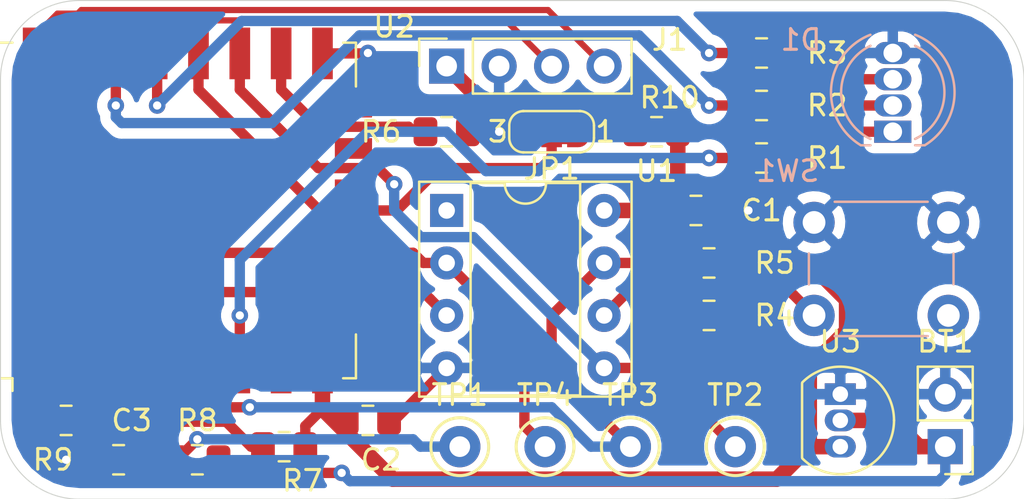
<source format=kicad_pcb>
(kicad_pcb (version 20171130) (host pcbnew 5.1.5+dfsg1-2build2)

  (general
    (thickness 1.6)
    (drawings 18)
    (tracks 180)
    (zones 0)
    (modules 25)
    (nets 22)
  )

  (page A4)
  (layers
    (0 F.Cu signal hide)
    (31 B.Cu signal hide)
    (32 B.Adhes user hide)
    (33 F.Adhes user hide)
    (34 B.Paste user hide)
    (35 F.Paste user hide)
    (36 B.SilkS user hide)
    (37 F.SilkS user hide)
    (38 B.Mask user hide)
    (39 F.Mask user)
    (40 Dwgs.User user hide)
    (41 Cmts.User user hide)
    (42 Eco1.User user hide)
    (43 Eco2.User user hide)
    (44 Edge.Cuts user)
    (45 Margin user hide)
    (46 B.CrtYd user)
    (47 F.CrtYd user)
    (48 B.Fab user hide)
    (49 F.Fab user)
  )

  (setup
    (last_trace_width 0.5)
    (user_trace_width 0.25)
    (user_trace_width 0.3)
    (user_trace_width 0.5)
    (user_trace_width 0.75)
    (user_trace_width 1)
    (trace_clearance 0.2)
    (zone_clearance 0.508)
    (zone_45_only no)
    (trace_min 0.2)
    (via_size 0.8)
    (via_drill 0.4)
    (via_min_size 0.4)
    (via_min_drill 0.3)
    (user_via 0.8 0.4)
    (user_via 1.2 0.6)
    (uvia_size 0.3)
    (uvia_drill 0.1)
    (uvias_allowed no)
    (uvia_min_size 0.2)
    (uvia_min_drill 0.1)
    (edge_width 0.05)
    (segment_width 0.2)
    (pcb_text_width 0.3)
    (pcb_text_size 1.5 1.5)
    (mod_edge_width 0.12)
    (mod_text_size 1 1)
    (mod_text_width 0.15)
    (pad_size 1.524 1.524)
    (pad_drill 0.762)
    (pad_to_mask_clearance 0.051)
    (solder_mask_min_width 0.25)
    (aux_axis_origin 0 0)
    (visible_elements FFFFFF7F)
    (pcbplotparams
      (layerselection 0x010fc_ffffffff)
      (usegerberextensions false)
      (usegerberattributes false)
      (usegerberadvancedattributes false)
      (creategerberjobfile false)
      (excludeedgelayer true)
      (linewidth 0.100000)
      (plotframeref false)
      (viasonmask false)
      (mode 1)
      (useauxorigin false)
      (hpglpennumber 1)
      (hpglpenspeed 20)
      (hpglpendiameter 15.000000)
      (psnegative false)
      (psa4output false)
      (plotreference true)
      (plotvalue true)
      (plotinvisibletext false)
      (padsonsilk false)
      (subtractmaskfromsilk false)
      (outputformat 1)
      (mirror false)
      (drillshape 1)
      (scaleselection 1)
      (outputdirectory ""))
  )

  (net 0 "")
  (net 1 GND)
  (net 2 +BATT)
  (net 3 VCC)
  (net 4 "Net-(D1-Pad3)")
  (net 5 "Net-(D1-Pad2)")
  (net 6 "Net-(D1-Pad1)")
  (net 7 /TX)
  (net 8 /RX)
  (net 9 "Net-(JP1-Pad1)")
  (net 10 /GPIO0)
  (net 11 /LED_B)
  (net 12 /LED_G)
  (net 13 /LED_R)
  (net 14 /SDA)
  (net 15 /SCL)
  (net 16 /GPIO15)
  (net 17 /EN)
  (net 18 /BATT_MON)
  (net 19 /BTN)
  (net 20 /nRST)
  (net 21 /RTC_WAKE)

  (net_class Default "This is the default net class."
    (clearance 0.2)
    (trace_width 0.25)
    (via_dia 0.8)
    (via_drill 0.4)
    (uvia_dia 0.3)
    (uvia_drill 0.1)
    (add_net +BATT)
    (add_net /BATT_MON)
    (add_net /BTN)
    (add_net /EN)
    (add_net /GPIO0)
    (add_net /GPIO15)
    (add_net /LED_B)
    (add_net /LED_G)
    (add_net /LED_R)
    (add_net /RTC_WAKE)
    (add_net /RX)
    (add_net /SCL)
    (add_net /SDA)
    (add_net /TX)
    (add_net /nRST)
    (add_net GND)
    (add_net "Net-(D1-Pad1)")
    (add_net "Net-(D1-Pad2)")
    (add_net "Net-(D1-Pad3)")
    (add_net "Net-(JP1-Pad1)")
    (add_net VCC)
  )

  (module Resistor_SMD:R_0805_2012Metric_Pad1.15x1.40mm_HandSolder (layer F.Cu) (tedit 5B36C52B) (tstamp 6030745D)
    (at 137.16 55.88 180)
    (descr "Resistor SMD 0805 (2012 Metric), square (rectangular) end terminal, IPC_7351 nominal with elongated pad for handsoldering. (Body size source: https://docs.google.com/spreadsheets/d/1BsfQQcO9C6DZCsRaXUlFlo91Tg2WpOkGARC1WS5S8t0/edit?usp=sharing), generated with kicad-footprint-generator")
    (tags "resistor handsolder")
    (path /5FFCA8A3)
    (attr smd)
    (fp_text reference R3 (at -3.175 0) (layer F.SilkS)
      (effects (font (size 1 1) (thickness 0.15)))
    )
    (fp_text value 1K (at 0 1.65) (layer F.Fab)
      (effects (font (size 1 1) (thickness 0.15)))
    )
    (fp_text user %R (at 0 0) (layer F.Fab)
      (effects (font (size 0.5 0.5) (thickness 0.08)))
    )
    (fp_line (start 1.85 0.95) (end -1.85 0.95) (layer F.CrtYd) (width 0.05))
    (fp_line (start 1.85 -0.95) (end 1.85 0.95) (layer F.CrtYd) (width 0.05))
    (fp_line (start -1.85 -0.95) (end 1.85 -0.95) (layer F.CrtYd) (width 0.05))
    (fp_line (start -1.85 0.95) (end -1.85 -0.95) (layer F.CrtYd) (width 0.05))
    (fp_line (start -0.261252 0.71) (end 0.261252 0.71) (layer F.SilkS) (width 0.12))
    (fp_line (start -0.261252 -0.71) (end 0.261252 -0.71) (layer F.SilkS) (width 0.12))
    (fp_line (start 1 0.6) (end -1 0.6) (layer F.Fab) (width 0.1))
    (fp_line (start 1 -0.6) (end 1 0.6) (layer F.Fab) (width 0.1))
    (fp_line (start -1 -0.6) (end 1 -0.6) (layer F.Fab) (width 0.1))
    (fp_line (start -1 0.6) (end -1 -0.6) (layer F.Fab) (width 0.1))
    (pad 2 smd roundrect (at 1.025 0 180) (size 1.15 1.4) (layers F.Cu F.Paste F.Mask) (roundrect_rratio 0.217391)
      (net 13 /LED_R))
    (pad 1 smd roundrect (at -1.025 0 180) (size 1.15 1.4) (layers F.Cu F.Paste F.Mask) (roundrect_rratio 0.217391)
      (net 4 "Net-(D1-Pad3)"))
    (model ${KISYS3DMOD}/Resistor_SMD.3dshapes/R_0805_2012Metric.wrl
      (at (xyz 0 0 0))
      (scale (xyz 1 1 1))
      (rotate (xyz 0 0 0))
    )
  )

  (module Capacitor_SMD:C_0805_2012Metric_Pad1.15x1.40mm_HandSolder (layer F.Cu) (tedit 5B36C52B) (tstamp 6032B6C1)
    (at 106.045 75.565 180)
    (descr "Capacitor SMD 0805 (2012 Metric), square (rectangular) end terminal, IPC_7351 nominal with elongated pad for handsoldering. (Body size source: https://docs.google.com/spreadsheets/d/1BsfQQcO9C6DZCsRaXUlFlo91Tg2WpOkGARC1WS5S8t0/edit?usp=sharing), generated with kicad-footprint-generator")
    (tags "capacitor handsolder")
    (path /603D015F)
    (attr smd)
    (fp_text reference C3 (at -0.635 1.905) (layer F.SilkS)
      (effects (font (size 1 1) (thickness 0.15)))
    )
    (fp_text value C_Small (at 0 1.65) (layer F.Fab)
      (effects (font (size 1 1) (thickness 0.15)))
    )
    (fp_text user %R (at 0 0) (layer F.Fab)
      (effects (font (size 0.5 0.5) (thickness 0.08)))
    )
    (fp_line (start 1.85 0.95) (end -1.85 0.95) (layer F.CrtYd) (width 0.05))
    (fp_line (start 1.85 -0.95) (end 1.85 0.95) (layer F.CrtYd) (width 0.05))
    (fp_line (start -1.85 -0.95) (end 1.85 -0.95) (layer F.CrtYd) (width 0.05))
    (fp_line (start -1.85 0.95) (end -1.85 -0.95) (layer F.CrtYd) (width 0.05))
    (fp_line (start -0.261252 0.71) (end 0.261252 0.71) (layer F.SilkS) (width 0.12))
    (fp_line (start -0.261252 -0.71) (end 0.261252 -0.71) (layer F.SilkS) (width 0.12))
    (fp_line (start 1 0.6) (end -1 0.6) (layer F.Fab) (width 0.1))
    (fp_line (start 1 -0.6) (end 1 0.6) (layer F.Fab) (width 0.1))
    (fp_line (start -1 -0.6) (end 1 -0.6) (layer F.Fab) (width 0.1))
    (fp_line (start -1 0.6) (end -1 -0.6) (layer F.Fab) (width 0.1))
    (pad 2 smd roundrect (at 1.025 0 180) (size 1.15 1.4) (layers F.Cu F.Paste F.Mask) (roundrect_rratio 0.217391)
      (net 1 GND))
    (pad 1 smd roundrect (at -1.025 0 180) (size 1.15 1.4) (layers F.Cu F.Paste F.Mask) (roundrect_rratio 0.217391)
      (net 18 /BATT_MON))
    (model ${KISYS3DMOD}/Capacitor_SMD.3dshapes/C_0805_2012Metric.wrl
      (at (xyz 0 0 0))
      (scale (xyz 1 1 1))
      (rotate (xyz 0 0 0))
    )
  )

  (module Capacitor_SMD:C_0805_2012Metric_Pad1.15x1.40mm_HandSolder (layer F.Cu) (tedit 5B36C52B) (tstamp 6031FAB9)
    (at 118.11 73.66)
    (descr "Capacitor SMD 0805 (2012 Metric), square (rectangular) end terminal, IPC_7351 nominal with elongated pad for handsoldering. (Body size source: https://docs.google.com/spreadsheets/d/1BsfQQcO9C6DZCsRaXUlFlo91Tg2WpOkGARC1WS5S8t0/edit?usp=sharing), generated with kicad-footprint-generator")
    (tags "capacitor handsolder")
    (path /603CE76C)
    (attr smd)
    (fp_text reference C2 (at 0.635 1.905) (layer F.SilkS)
      (effects (font (size 1 1) (thickness 0.15)))
    )
    (fp_text value C_Small (at 0 1.65) (layer F.Fab)
      (effects (font (size 1 1) (thickness 0.15)))
    )
    (fp_text user %R (at 0 0) (layer F.Fab)
      (effects (font (size 0.5 0.5) (thickness 0.08)))
    )
    (fp_line (start 1.85 0.95) (end -1.85 0.95) (layer F.CrtYd) (width 0.05))
    (fp_line (start 1.85 -0.95) (end 1.85 0.95) (layer F.CrtYd) (width 0.05))
    (fp_line (start -1.85 -0.95) (end 1.85 -0.95) (layer F.CrtYd) (width 0.05))
    (fp_line (start -1.85 0.95) (end -1.85 -0.95) (layer F.CrtYd) (width 0.05))
    (fp_line (start -0.261252 0.71) (end 0.261252 0.71) (layer F.SilkS) (width 0.12))
    (fp_line (start -0.261252 -0.71) (end 0.261252 -0.71) (layer F.SilkS) (width 0.12))
    (fp_line (start 1 0.6) (end -1 0.6) (layer F.Fab) (width 0.1))
    (fp_line (start 1 -0.6) (end 1 0.6) (layer F.Fab) (width 0.1))
    (fp_line (start -1 -0.6) (end 1 -0.6) (layer F.Fab) (width 0.1))
    (fp_line (start -1 0.6) (end -1 -0.6) (layer F.Fab) (width 0.1))
    (pad 2 smd roundrect (at 1.025 0) (size 1.15 1.4) (layers F.Cu F.Paste F.Mask) (roundrect_rratio 0.217391)
      (net 1 GND))
    (pad 1 smd roundrect (at -1.025 0) (size 1.15 1.4) (layers F.Cu F.Paste F.Mask) (roundrect_rratio 0.217391)
      (net 3 VCC))
    (model ${KISYS3DMOD}/Capacitor_SMD.3dshapes/C_0805_2012Metric.wrl
      (at (xyz 0 0 0))
      (scale (xyz 1 1 1))
      (rotate (xyz 0 0 0))
    )
  )

  (module Capacitor_SMD:C_0805_2012Metric_Pad1.15x1.40mm_HandSolder (layer F.Cu) (tedit 5B36C52B) (tstamp 6031FE8A)
    (at 133.985 63.5)
    (descr "Capacitor SMD 0805 (2012 Metric), square (rectangular) end terminal, IPC_7351 nominal with elongated pad for handsoldering. (Body size source: https://docs.google.com/spreadsheets/d/1BsfQQcO9C6DZCsRaXUlFlo91Tg2WpOkGARC1WS5S8t0/edit?usp=sharing), generated with kicad-footprint-generator")
    (tags "capacitor handsolder")
    (path /603CAB5F)
    (attr smd)
    (fp_text reference C1 (at 3.175 0) (layer F.SilkS)
      (effects (font (size 1 1) (thickness 0.15)))
    )
    (fp_text value C_Small (at 0 1.65) (layer F.Fab)
      (effects (font (size 1 1) (thickness 0.15)))
    )
    (fp_text user %R (at 0 0) (layer F.Fab)
      (effects (font (size 0.5 0.5) (thickness 0.08)))
    )
    (fp_line (start 1.85 0.95) (end -1.85 0.95) (layer F.CrtYd) (width 0.05))
    (fp_line (start 1.85 -0.95) (end 1.85 0.95) (layer F.CrtYd) (width 0.05))
    (fp_line (start -1.85 -0.95) (end 1.85 -0.95) (layer F.CrtYd) (width 0.05))
    (fp_line (start -1.85 0.95) (end -1.85 -0.95) (layer F.CrtYd) (width 0.05))
    (fp_line (start -0.261252 0.71) (end 0.261252 0.71) (layer F.SilkS) (width 0.12))
    (fp_line (start -0.261252 -0.71) (end 0.261252 -0.71) (layer F.SilkS) (width 0.12))
    (fp_line (start 1 0.6) (end -1 0.6) (layer F.Fab) (width 0.1))
    (fp_line (start 1 -0.6) (end 1 0.6) (layer F.Fab) (width 0.1))
    (fp_line (start -1 -0.6) (end 1 -0.6) (layer F.Fab) (width 0.1))
    (fp_line (start -1 0.6) (end -1 -0.6) (layer F.Fab) (width 0.1))
    (pad 2 smd roundrect (at 1.025 0) (size 1.15 1.4) (layers F.Cu F.Paste F.Mask) (roundrect_rratio 0.217391)
      (net 1 GND))
    (pad 1 smd roundrect (at -1.025 0) (size 1.15 1.4) (layers F.Cu F.Paste F.Mask) (roundrect_rratio 0.217391)
      (net 3 VCC))
    (model ${KISYS3DMOD}/Capacitor_SMD.3dshapes/C_0805_2012Metric.wrl
      (at (xyz 0 0 0))
      (scale (xyz 1 1 1))
      (rotate (xyz 0 0 0))
    )
  )

  (module Package_DIP:DIP-8_W7.62mm_Socket (layer F.Cu) (tedit 5A02E8C5) (tstamp 6030445C)
    (at 121.92 63.5)
    (descr "8-lead though-hole mounted DIP package, row spacing 7.62 mm (300 mils), Socket")
    (tags "THT DIP DIL PDIP 2.54mm 7.62mm 300mil Socket")
    (path /6015D641)
    (fp_text reference U1 (at 10.16 -1.905) (layer F.SilkS)
      (effects (font (size 1 1) (thickness 0.15)))
    )
    (fp_text value ATtiny85-20SU (at 3.81 9.95) (layer F.Fab)
      (effects (font (size 1 1) (thickness 0.15)))
    )
    (fp_text user %R (at 3.81 3.81) (layer F.Fab)
      (effects (font (size 1 1) (thickness 0.15)))
    )
    (fp_line (start 9.15 -1.6) (end -1.55 -1.6) (layer F.CrtYd) (width 0.05))
    (fp_line (start 9.15 9.2) (end 9.15 -1.6) (layer F.CrtYd) (width 0.05))
    (fp_line (start -1.55 9.2) (end 9.15 9.2) (layer F.CrtYd) (width 0.05))
    (fp_line (start -1.55 -1.6) (end -1.55 9.2) (layer F.CrtYd) (width 0.05))
    (fp_line (start 8.95 -1.39) (end -1.33 -1.39) (layer F.SilkS) (width 0.12))
    (fp_line (start 8.95 9.01) (end 8.95 -1.39) (layer F.SilkS) (width 0.12))
    (fp_line (start -1.33 9.01) (end 8.95 9.01) (layer F.SilkS) (width 0.12))
    (fp_line (start -1.33 -1.39) (end -1.33 9.01) (layer F.SilkS) (width 0.12))
    (fp_line (start 6.46 -1.33) (end 4.81 -1.33) (layer F.SilkS) (width 0.12))
    (fp_line (start 6.46 8.95) (end 6.46 -1.33) (layer F.SilkS) (width 0.12))
    (fp_line (start 1.16 8.95) (end 6.46 8.95) (layer F.SilkS) (width 0.12))
    (fp_line (start 1.16 -1.33) (end 1.16 8.95) (layer F.SilkS) (width 0.12))
    (fp_line (start 2.81 -1.33) (end 1.16 -1.33) (layer F.SilkS) (width 0.12))
    (fp_line (start 8.89 -1.33) (end -1.27 -1.33) (layer F.Fab) (width 0.1))
    (fp_line (start 8.89 8.95) (end 8.89 -1.33) (layer F.Fab) (width 0.1))
    (fp_line (start -1.27 8.95) (end 8.89 8.95) (layer F.Fab) (width 0.1))
    (fp_line (start -1.27 -1.33) (end -1.27 8.95) (layer F.Fab) (width 0.1))
    (fp_line (start 0.635 -0.27) (end 1.635 -1.27) (layer F.Fab) (width 0.1))
    (fp_line (start 0.635 8.89) (end 0.635 -0.27) (layer F.Fab) (width 0.1))
    (fp_line (start 6.985 8.89) (end 0.635 8.89) (layer F.Fab) (width 0.1))
    (fp_line (start 6.985 -1.27) (end 6.985 8.89) (layer F.Fab) (width 0.1))
    (fp_line (start 1.635 -1.27) (end 6.985 -1.27) (layer F.Fab) (width 0.1))
    (fp_arc (start 3.81 -1.33) (end 2.81 -1.33) (angle -180) (layer F.SilkS) (width 0.12))
    (pad 8 thru_hole oval (at 7.62 0) (size 1.6 1.6) (drill 0.8) (layers *.Cu *.Mask)
      (net 3 VCC))
    (pad 4 thru_hole oval (at 0 7.62) (size 1.6 1.6) (drill 0.8) (layers *.Cu *.Mask)
      (net 1 GND))
    (pad 7 thru_hole oval (at 7.62 2.54) (size 1.6 1.6) (drill 0.8) (layers *.Cu *.Mask)
      (net 15 /SCL))
    (pad 3 thru_hole oval (at 0 5.08) (size 1.6 1.6) (drill 0.8) (layers *.Cu *.Mask)
      (net 21 /RTC_WAKE))
    (pad 6 thru_hole oval (at 7.62 5.08) (size 1.6 1.6) (drill 0.8) (layers *.Cu *.Mask)
      (net 19 /BTN))
    (pad 2 thru_hole oval (at 0 2.54) (size 1.6 1.6) (drill 0.8) (layers *.Cu *.Mask)
      (net 20 /nRST))
    (pad 5 thru_hole oval (at 7.62 7.62) (size 1.6 1.6) (drill 0.8) (layers *.Cu *.Mask)
      (net 14 /SDA))
    (pad 1 thru_hole rect (at 0 0) (size 1.6 1.6) (drill 0.8) (layers *.Cu *.Mask))
    (model ${KISYS3DMOD}/Package_DIP.3dshapes/DIP-8_W7.62mm_Socket.wrl
      (at (xyz 0 0 0))
      (scale (xyz 1 1 1))
      (rotate (xyz 0 0 0))
    )
  )

  (module Resistor_SMD:R_0805_2012Metric_Pad1.15x1.40mm_HandSolder (layer F.Cu) (tedit 5B36C52B) (tstamp 60303F2A)
    (at 132.08 59.69)
    (descr "Resistor SMD 0805 (2012 Metric), square (rectangular) end terminal, IPC_7351 nominal with elongated pad for handsoldering. (Body size source: https://docs.google.com/spreadsheets/d/1BsfQQcO9C6DZCsRaXUlFlo91Tg2WpOkGARC1WS5S8t0/edit?usp=sharing), generated with kicad-footprint-generator")
    (tags "resistor handsolder")
    (path /6030D89A)
    (attr smd)
    (fp_text reference R10 (at 0.635 -1.65) (layer F.SilkS)
      (effects (font (size 1 1) (thickness 0.15)))
    )
    (fp_text value R_US (at 0 1.65) (layer F.Fab)
      (effects (font (size 1 1) (thickness 0.15)))
    )
    (fp_text user %R (at 0 0) (layer F.Fab)
      (effects (font (size 0.5 0.5) (thickness 0.08)))
    )
    (fp_line (start 1.85 0.95) (end -1.85 0.95) (layer F.CrtYd) (width 0.05))
    (fp_line (start 1.85 -0.95) (end 1.85 0.95) (layer F.CrtYd) (width 0.05))
    (fp_line (start -1.85 -0.95) (end 1.85 -0.95) (layer F.CrtYd) (width 0.05))
    (fp_line (start -1.85 0.95) (end -1.85 -0.95) (layer F.CrtYd) (width 0.05))
    (fp_line (start -0.261252 0.71) (end 0.261252 0.71) (layer F.SilkS) (width 0.12))
    (fp_line (start -0.261252 -0.71) (end 0.261252 -0.71) (layer F.SilkS) (width 0.12))
    (fp_line (start 1 0.6) (end -1 0.6) (layer F.Fab) (width 0.1))
    (fp_line (start 1 -0.6) (end 1 0.6) (layer F.Fab) (width 0.1))
    (fp_line (start -1 -0.6) (end 1 -0.6) (layer F.Fab) (width 0.1))
    (fp_line (start -1 0.6) (end -1 -0.6) (layer F.Fab) (width 0.1))
    (pad 2 smd roundrect (at 1.025 0) (size 1.15 1.4) (layers F.Cu F.Paste F.Mask) (roundrect_rratio 0.217391)
      (net 3 VCC))
    (pad 1 smd roundrect (at -1.025 0) (size 1.15 1.4) (layers F.Cu F.Paste F.Mask) (roundrect_rratio 0.217391)
      (net 9 "Net-(JP1-Pad1)"))
    (model ${KISYS3DMOD}/Resistor_SMD.3dshapes/R_0805_2012Metric.wrl
      (at (xyz 0 0 0))
      (scale (xyz 1 1 1))
      (rotate (xyz 0 0 0))
    )
  )

  (module Resistor_SMD:R_0805_2012Metric_Pad1.15x1.40mm_HandSolder (layer F.Cu) (tedit 5B36C52B) (tstamp 6031CBC9)
    (at 103.505 73.66 180)
    (descr "Resistor SMD 0805 (2012 Metric), square (rectangular) end terminal, IPC_7351 nominal with elongated pad for handsoldering. (Body size source: https://docs.google.com/spreadsheets/d/1BsfQQcO9C6DZCsRaXUlFlo91Tg2WpOkGARC1WS5S8t0/edit?usp=sharing), generated with kicad-footprint-generator")
    (tags "resistor handsolder")
    (path /5FF5F30B)
    (attr smd)
    (fp_text reference R9 (at 0.635 -1.905) (layer F.SilkS)
      (effects (font (size 1 1) (thickness 0.15)))
    )
    (fp_text value 1.0M (at 0 1.65) (layer F.Fab)
      (effects (font (size 1 1) (thickness 0.15)))
    )
    (fp_text user %R (at 0 0) (layer F.Fab)
      (effects (font (size 0.5 0.5) (thickness 0.08)))
    )
    (fp_line (start 1.85 0.95) (end -1.85 0.95) (layer F.CrtYd) (width 0.05))
    (fp_line (start 1.85 -0.95) (end 1.85 0.95) (layer F.CrtYd) (width 0.05))
    (fp_line (start -1.85 -0.95) (end 1.85 -0.95) (layer F.CrtYd) (width 0.05))
    (fp_line (start -1.85 0.95) (end -1.85 -0.95) (layer F.CrtYd) (width 0.05))
    (fp_line (start -0.261252 0.71) (end 0.261252 0.71) (layer F.SilkS) (width 0.12))
    (fp_line (start -0.261252 -0.71) (end 0.261252 -0.71) (layer F.SilkS) (width 0.12))
    (fp_line (start 1 0.6) (end -1 0.6) (layer F.Fab) (width 0.1))
    (fp_line (start 1 -0.6) (end 1 0.6) (layer F.Fab) (width 0.1))
    (fp_line (start -1 -0.6) (end 1 -0.6) (layer F.Fab) (width 0.1))
    (fp_line (start -1 0.6) (end -1 -0.6) (layer F.Fab) (width 0.1))
    (pad 2 smd roundrect (at 1.025 0 180) (size 1.15 1.4) (layers F.Cu F.Paste F.Mask) (roundrect_rratio 0.217391)
      (net 1 GND))
    (pad 1 smd roundrect (at -1.025 0 180) (size 1.15 1.4) (layers F.Cu F.Paste F.Mask) (roundrect_rratio 0.217391)
      (net 18 /BATT_MON))
    (model ${KISYS3DMOD}/Resistor_SMD.3dshapes/R_0805_2012Metric.wrl
      (at (xyz 0 0 0))
      (scale (xyz 1 1 1))
      (rotate (xyz 0 0 0))
    )
  )

  (module Resistor_SMD:R_0805_2012Metric_Pad1.15x1.40mm_HandSolder (layer F.Cu) (tedit 5B36C52B) (tstamp 6031CB69)
    (at 109.855 75.565 180)
    (descr "Resistor SMD 0805 (2012 Metric), square (rectangular) end terminal, IPC_7351 nominal with elongated pad for handsoldering. (Body size source: https://docs.google.com/spreadsheets/d/1BsfQQcO9C6DZCsRaXUlFlo91Tg2WpOkGARC1WS5S8t0/edit?usp=sharing), generated with kicad-footprint-generator")
    (tags "resistor handsolder")
    (path /5FF5F3DA)
    (attr smd)
    (fp_text reference R8 (at 0 1.905) (layer F.SilkS)
      (effects (font (size 1 1) (thickness 0.15)))
    )
    (fp_text value 3.3M (at 0 1.65) (layer F.Fab)
      (effects (font (size 1 1) (thickness 0.15)))
    )
    (fp_text user %R (at 0 0) (layer F.Fab)
      (effects (font (size 0.5 0.5) (thickness 0.08)))
    )
    (fp_line (start 1.85 0.95) (end -1.85 0.95) (layer F.CrtYd) (width 0.05))
    (fp_line (start 1.85 -0.95) (end 1.85 0.95) (layer F.CrtYd) (width 0.05))
    (fp_line (start -1.85 -0.95) (end 1.85 -0.95) (layer F.CrtYd) (width 0.05))
    (fp_line (start -1.85 0.95) (end -1.85 -0.95) (layer F.CrtYd) (width 0.05))
    (fp_line (start -0.261252 0.71) (end 0.261252 0.71) (layer F.SilkS) (width 0.12))
    (fp_line (start -0.261252 -0.71) (end 0.261252 -0.71) (layer F.SilkS) (width 0.12))
    (fp_line (start 1 0.6) (end -1 0.6) (layer F.Fab) (width 0.1))
    (fp_line (start 1 -0.6) (end 1 0.6) (layer F.Fab) (width 0.1))
    (fp_line (start -1 -0.6) (end 1 -0.6) (layer F.Fab) (width 0.1))
    (fp_line (start -1 0.6) (end -1 -0.6) (layer F.Fab) (width 0.1))
    (pad 2 smd roundrect (at 1.025 0 180) (size 1.15 1.4) (layers F.Cu F.Paste F.Mask) (roundrect_rratio 0.217391)
      (net 18 /BATT_MON))
    (pad 1 smd roundrect (at -1.025 0 180) (size 1.15 1.4) (layers F.Cu F.Paste F.Mask) (roundrect_rratio 0.217391)
      (net 2 +BATT))
    (model ${KISYS3DMOD}/Resistor_SMD.3dshapes/R_0805_2012Metric.wrl
      (at (xyz 0 0 0))
      (scale (xyz 1 1 1))
      (rotate (xyz 0 0 0))
    )
  )

  (module Resistor_SMD:R_0805_2012Metric_Pad1.15x1.40mm_HandSolder (layer F.Cu) (tedit 5B36C52B) (tstamp 6031CB99)
    (at 114.055 74.93 180)
    (descr "Resistor SMD 0805 (2012 Metric), square (rectangular) end terminal, IPC_7351 nominal with elongated pad for handsoldering. (Body size source: https://docs.google.com/spreadsheets/d/1BsfQQcO9C6DZCsRaXUlFlo91Tg2WpOkGARC1WS5S8t0/edit?usp=sharing), generated with kicad-footprint-generator")
    (tags "resistor handsolder")
    (path /5FFA27A7)
    (attr smd)
    (fp_text reference R7 (at -0.88 -1.65) (layer F.SilkS)
      (effects (font (size 1 1) (thickness 0.15)))
    )
    (fp_text value R_US (at 0 1.65) (layer F.Fab)
      (effects (font (size 1 1) (thickness 0.15)))
    )
    (fp_text user %R (at 0 0) (layer F.Fab)
      (effects (font (size 0.5 0.5) (thickness 0.08)))
    )
    (fp_line (start 1.85 0.95) (end -1.85 0.95) (layer F.CrtYd) (width 0.05))
    (fp_line (start 1.85 -0.95) (end 1.85 0.95) (layer F.CrtYd) (width 0.05))
    (fp_line (start -1.85 -0.95) (end 1.85 -0.95) (layer F.CrtYd) (width 0.05))
    (fp_line (start -1.85 0.95) (end -1.85 -0.95) (layer F.CrtYd) (width 0.05))
    (fp_line (start -0.261252 0.71) (end 0.261252 0.71) (layer F.SilkS) (width 0.12))
    (fp_line (start -0.261252 -0.71) (end 0.261252 -0.71) (layer F.SilkS) (width 0.12))
    (fp_line (start 1 0.6) (end -1 0.6) (layer F.Fab) (width 0.1))
    (fp_line (start 1 -0.6) (end 1 0.6) (layer F.Fab) (width 0.1))
    (fp_line (start -1 -0.6) (end 1 -0.6) (layer F.Fab) (width 0.1))
    (fp_line (start -1 0.6) (end -1 -0.6) (layer F.Fab) (width 0.1))
    (pad 2 smd roundrect (at 1.025 0 180) (size 1.15 1.4) (layers F.Cu F.Paste F.Mask) (roundrect_rratio 0.217391)
      (net 17 /EN))
    (pad 1 smd roundrect (at -1.025 0 180) (size 1.15 1.4) (layers F.Cu F.Paste F.Mask) (roundrect_rratio 0.217391)
      (net 3 VCC))
    (model ${KISYS3DMOD}/Resistor_SMD.3dshapes/R_0805_2012Metric.wrl
      (at (xyz 0 0 0))
      (scale (xyz 1 1 1))
      (rotate (xyz 0 0 0))
    )
  )

  (module Resistor_SMD:R_0805_2012Metric_Pad1.15x1.40mm_HandSolder (layer F.Cu) (tedit 5B36C52B) (tstamp 60303EE6)
    (at 121.92 59.69)
    (descr "Resistor SMD 0805 (2012 Metric), square (rectangular) end terminal, IPC_7351 nominal with elongated pad for handsoldering. (Body size source: https://docs.google.com/spreadsheets/d/1BsfQQcO9C6DZCsRaXUlFlo91Tg2WpOkGARC1WS5S8t0/edit?usp=sharing), generated with kicad-footprint-generator")
    (tags "resistor handsolder")
    (path /5FFA0A32)
    (attr smd)
    (fp_text reference R6 (at -3.175 0) (layer F.SilkS)
      (effects (font (size 1 1) (thickness 0.15)))
    )
    (fp_text value R_US (at 0 1.65) (layer F.Fab)
      (effects (font (size 1 1) (thickness 0.15)))
    )
    (fp_text user %R (at 0 0) (layer F.Fab)
      (effects (font (size 0.5 0.5) (thickness 0.08)))
    )
    (fp_line (start 1.85 0.95) (end -1.85 0.95) (layer F.CrtYd) (width 0.05))
    (fp_line (start 1.85 -0.95) (end 1.85 0.95) (layer F.CrtYd) (width 0.05))
    (fp_line (start -1.85 -0.95) (end 1.85 -0.95) (layer F.CrtYd) (width 0.05))
    (fp_line (start -1.85 0.95) (end -1.85 -0.95) (layer F.CrtYd) (width 0.05))
    (fp_line (start -0.261252 0.71) (end 0.261252 0.71) (layer F.SilkS) (width 0.12))
    (fp_line (start -0.261252 -0.71) (end 0.261252 -0.71) (layer F.SilkS) (width 0.12))
    (fp_line (start 1 0.6) (end -1 0.6) (layer F.Fab) (width 0.1))
    (fp_line (start 1 -0.6) (end 1 0.6) (layer F.Fab) (width 0.1))
    (fp_line (start -1 -0.6) (end 1 -0.6) (layer F.Fab) (width 0.1))
    (fp_line (start -1 0.6) (end -1 -0.6) (layer F.Fab) (width 0.1))
    (pad 2 smd roundrect (at 1.025 0) (size 1.15 1.4) (layers F.Cu F.Paste F.Mask) (roundrect_rratio 0.217391)
      (net 1 GND))
    (pad 1 smd roundrect (at -1.025 0) (size 1.15 1.4) (layers F.Cu F.Paste F.Mask) (roundrect_rratio 0.217391)
      (net 16 /GPIO15))
    (model ${KISYS3DMOD}/Resistor_SMD.3dshapes/R_0805_2012Metric.wrl
      (at (xyz 0 0 0))
      (scale (xyz 1 1 1))
      (rotate (xyz 0 0 0))
    )
  )

  (module Resistor_SMD:R_0805_2012Metric_Pad1.15x1.40mm_HandSolder (layer F.Cu) (tedit 5B36C52B) (tstamp 6031E4AC)
    (at 134.62 66.04 180)
    (descr "Resistor SMD 0805 (2012 Metric), square (rectangular) end terminal, IPC_7351 nominal with elongated pad for handsoldering. (Body size source: https://docs.google.com/spreadsheets/d/1BsfQQcO9C6DZCsRaXUlFlo91Tg2WpOkGARC1WS5S8t0/edit?usp=sharing), generated with kicad-footprint-generator")
    (tags "resistor handsolder")
    (path /6034A59E)
    (attr smd)
    (fp_text reference R5 (at -3.175 0) (layer F.SilkS)
      (effects (font (size 1 1) (thickness 0.15)))
    )
    (fp_text value R_US (at 0 1.65) (layer F.Fab)
      (effects (font (size 1 1) (thickness 0.15)))
    )
    (fp_text user %R (at 0 0) (layer F.Fab)
      (effects (font (size 0.5 0.5) (thickness 0.08)))
    )
    (fp_line (start 1.85 0.95) (end -1.85 0.95) (layer F.CrtYd) (width 0.05))
    (fp_line (start 1.85 -0.95) (end 1.85 0.95) (layer F.CrtYd) (width 0.05))
    (fp_line (start -1.85 -0.95) (end 1.85 -0.95) (layer F.CrtYd) (width 0.05))
    (fp_line (start -1.85 0.95) (end -1.85 -0.95) (layer F.CrtYd) (width 0.05))
    (fp_line (start -0.261252 0.71) (end 0.261252 0.71) (layer F.SilkS) (width 0.12))
    (fp_line (start -0.261252 -0.71) (end 0.261252 -0.71) (layer F.SilkS) (width 0.12))
    (fp_line (start 1 0.6) (end -1 0.6) (layer F.Fab) (width 0.1))
    (fp_line (start 1 -0.6) (end 1 0.6) (layer F.Fab) (width 0.1))
    (fp_line (start -1 -0.6) (end 1 -0.6) (layer F.Fab) (width 0.1))
    (fp_line (start -1 0.6) (end -1 -0.6) (layer F.Fab) (width 0.1))
    (pad 2 smd roundrect (at 1.025 0 180) (size 1.15 1.4) (layers F.Cu F.Paste F.Mask) (roundrect_rratio 0.217391)
      (net 15 /SCL))
    (pad 1 smd roundrect (at -1.025 0 180) (size 1.15 1.4) (layers F.Cu F.Paste F.Mask) (roundrect_rratio 0.217391)
      (net 3 VCC))
    (model ${KISYS3DMOD}/Resistor_SMD.3dshapes/R_0805_2012Metric.wrl
      (at (xyz 0 0 0))
      (scale (xyz 1 1 1))
      (rotate (xyz 0 0 0))
    )
  )

  (module Resistor_SMD:R_0805_2012Metric_Pad1.15x1.40mm_HandSolder (layer F.Cu) (tedit 5B36C52B) (tstamp 60303EC4)
    (at 134.62 68.58 180)
    (descr "Resistor SMD 0805 (2012 Metric), square (rectangular) end terminal, IPC_7351 nominal with elongated pad for handsoldering. (Body size source: https://docs.google.com/spreadsheets/d/1BsfQQcO9C6DZCsRaXUlFlo91Tg2WpOkGARC1WS5S8t0/edit?usp=sharing), generated with kicad-footprint-generator")
    (tags "resistor handsolder")
    (path /603497BD)
    (attr smd)
    (fp_text reference R4 (at -3.175 0) (layer F.SilkS)
      (effects (font (size 1 1) (thickness 0.15)))
    )
    (fp_text value R_US (at 0 1.65) (layer F.Fab)
      (effects (font (size 1 1) (thickness 0.15)))
    )
    (fp_text user %R (at 0 0) (layer F.Fab)
      (effects (font (size 0.5 0.5) (thickness 0.08)))
    )
    (fp_line (start 1.85 0.95) (end -1.85 0.95) (layer F.CrtYd) (width 0.05))
    (fp_line (start 1.85 -0.95) (end 1.85 0.95) (layer F.CrtYd) (width 0.05))
    (fp_line (start -1.85 -0.95) (end 1.85 -0.95) (layer F.CrtYd) (width 0.05))
    (fp_line (start -1.85 0.95) (end -1.85 -0.95) (layer F.CrtYd) (width 0.05))
    (fp_line (start -0.261252 0.71) (end 0.261252 0.71) (layer F.SilkS) (width 0.12))
    (fp_line (start -0.261252 -0.71) (end 0.261252 -0.71) (layer F.SilkS) (width 0.12))
    (fp_line (start 1 0.6) (end -1 0.6) (layer F.Fab) (width 0.1))
    (fp_line (start 1 -0.6) (end 1 0.6) (layer F.Fab) (width 0.1))
    (fp_line (start -1 -0.6) (end 1 -0.6) (layer F.Fab) (width 0.1))
    (fp_line (start -1 0.6) (end -1 -0.6) (layer F.Fab) (width 0.1))
    (pad 2 smd roundrect (at 1.025 0 180) (size 1.15 1.4) (layers F.Cu F.Paste F.Mask) (roundrect_rratio 0.217391)
      (net 14 /SDA))
    (pad 1 smd roundrect (at -1.025 0 180) (size 1.15 1.4) (layers F.Cu F.Paste F.Mask) (roundrect_rratio 0.217391)
      (net 3 VCC))
    (model ${KISYS3DMOD}/Resistor_SMD.3dshapes/R_0805_2012Metric.wrl
      (at (xyz 0 0 0))
      (scale (xyz 1 1 1))
      (rotate (xyz 0 0 0))
    )
  )

  (module Resistor_SMD:R_0805_2012Metric_Pad1.15x1.40mm_HandSolder (layer F.Cu) (tedit 5B36C52B) (tstamp 60303EA2)
    (at 137.16 58.42 180)
    (descr "Resistor SMD 0805 (2012 Metric), square (rectangular) end terminal, IPC_7351 nominal with elongated pad for handsoldering. (Body size source: https://docs.google.com/spreadsheets/d/1BsfQQcO9C6DZCsRaXUlFlo91Tg2WpOkGARC1WS5S8t0/edit?usp=sharing), generated with kicad-footprint-generator")
    (tags "resistor handsolder")
    (path /5FFCA917)
    (attr smd)
    (fp_text reference R2 (at -3.175 0) (layer F.SilkS)
      (effects (font (size 1 1) (thickness 0.15)))
    )
    (fp_text value 1K (at 0 1.65) (layer F.Fab)
      (effects (font (size 1 1) (thickness 0.15)))
    )
    (fp_text user %R (at 0 0) (layer F.Fab)
      (effects (font (size 0.5 0.5) (thickness 0.08)))
    )
    (fp_line (start 1.85 0.95) (end -1.85 0.95) (layer F.CrtYd) (width 0.05))
    (fp_line (start 1.85 -0.95) (end 1.85 0.95) (layer F.CrtYd) (width 0.05))
    (fp_line (start -1.85 -0.95) (end 1.85 -0.95) (layer F.CrtYd) (width 0.05))
    (fp_line (start -1.85 0.95) (end -1.85 -0.95) (layer F.CrtYd) (width 0.05))
    (fp_line (start -0.261252 0.71) (end 0.261252 0.71) (layer F.SilkS) (width 0.12))
    (fp_line (start -0.261252 -0.71) (end 0.261252 -0.71) (layer F.SilkS) (width 0.12))
    (fp_line (start 1 0.6) (end -1 0.6) (layer F.Fab) (width 0.1))
    (fp_line (start 1 -0.6) (end 1 0.6) (layer F.Fab) (width 0.1))
    (fp_line (start -1 -0.6) (end 1 -0.6) (layer F.Fab) (width 0.1))
    (fp_line (start -1 0.6) (end -1 -0.6) (layer F.Fab) (width 0.1))
    (pad 2 smd roundrect (at 1.025 0 180) (size 1.15 1.4) (layers F.Cu F.Paste F.Mask) (roundrect_rratio 0.217391)
      (net 12 /LED_G))
    (pad 1 smd roundrect (at -1.025 0 180) (size 1.15 1.4) (layers F.Cu F.Paste F.Mask) (roundrect_rratio 0.217391)
      (net 5 "Net-(D1-Pad2)"))
    (model ${KISYS3DMOD}/Resistor_SMD.3dshapes/R_0805_2012Metric.wrl
      (at (xyz 0 0 0))
      (scale (xyz 1 1 1))
      (rotate (xyz 0 0 0))
    )
  )

  (module Resistor_SMD:R_0805_2012Metric_Pad1.15x1.40mm_HandSolder (layer F.Cu) (tedit 5B36C52B) (tstamp 6030754A)
    (at 137.16 60.96 180)
    (descr "Resistor SMD 0805 (2012 Metric), square (rectangular) end terminal, IPC_7351 nominal with elongated pad for handsoldering. (Body size source: https://docs.google.com/spreadsheets/d/1BsfQQcO9C6DZCsRaXUlFlo91Tg2WpOkGARC1WS5S8t0/edit?usp=sharing), generated with kicad-footprint-generator")
    (tags "resistor handsolder")
    (path /5FFCA953)
    (attr smd)
    (fp_text reference R1 (at -3.175 0) (layer F.SilkS)
      (effects (font (size 1 1) (thickness 0.15)))
    )
    (fp_text value 1K (at 0 1.65) (layer F.Fab)
      (effects (font (size 1 1) (thickness 0.15)))
    )
    (fp_text user %R (at -2.54 0) (layer F.Fab)
      (effects (font (size 0.5 0.5) (thickness 0.08)))
    )
    (fp_line (start 1.85 0.95) (end -1.85 0.95) (layer F.CrtYd) (width 0.05))
    (fp_line (start 1.85 -0.95) (end 1.85 0.95) (layer F.CrtYd) (width 0.05))
    (fp_line (start -1.85 -0.95) (end 1.85 -0.95) (layer F.CrtYd) (width 0.05))
    (fp_line (start -1.85 0.95) (end -1.85 -0.95) (layer F.CrtYd) (width 0.05))
    (fp_line (start -0.261252 0.71) (end 0.261252 0.71) (layer F.SilkS) (width 0.12))
    (fp_line (start -0.261252 -0.71) (end 0.261252 -0.71) (layer F.SilkS) (width 0.12))
    (fp_line (start 1 0.6) (end -1 0.6) (layer F.Fab) (width 0.1))
    (fp_line (start 1 -0.6) (end 1 0.6) (layer F.Fab) (width 0.1))
    (fp_line (start -1 -0.6) (end 1 -0.6) (layer F.Fab) (width 0.1))
    (fp_line (start -1 0.6) (end -1 -0.6) (layer F.Fab) (width 0.1))
    (pad 2 smd roundrect (at 1.025 0 180) (size 1.15 1.4) (layers F.Cu F.Paste F.Mask) (roundrect_rratio 0.217391)
      (net 11 /LED_B))
    (pad 1 smd roundrect (at -1.025 0 180) (size 1.15 1.4) (layers F.Cu F.Paste F.Mask) (roundrect_rratio 0.217391)
      (net 6 "Net-(D1-Pad1)"))
    (model ${KISYS3DMOD}/Resistor_SMD.3dshapes/R_0805_2012Metric.wrl
      (at (xyz 0 0 0))
      (scale (xyz 1 1 1))
      (rotate (xyz 0 0 0))
    )
  )

  (module Package_TO_SOT_THT:TO-92_Inline (layer F.Cu) (tedit 5A1DD157) (tstamp 6031CD42)
    (at 140.97 72.39 270)
    (descr "TO-92 leads in-line, narrow, oval pads, drill 0.75mm (see NXP sot054_po.pdf)")
    (tags "to-92 sc-43 sc-43a sot54 PA33 transistor")
    (path /6035A964)
    (fp_text reference U3 (at -2.54 0 180) (layer F.SilkS)
      (effects (font (size 1 1) (thickness 0.15)))
    )
    (fp_text value HT7333-TO-92 (at 1.27 2.79 90) (layer F.Fab)
      (effects (font (size 1 1) (thickness 0.15)))
    )
    (fp_arc (start 1.27 0) (end 1.27 -2.6) (angle 135) (layer F.SilkS) (width 0.12))
    (fp_arc (start 1.27 0) (end 1.27 -2.48) (angle -135) (layer F.Fab) (width 0.1))
    (fp_arc (start 1.27 0) (end 1.27 -2.6) (angle -135) (layer F.SilkS) (width 0.12))
    (fp_arc (start 1.27 0) (end 1.27 -2.48) (angle 135) (layer F.Fab) (width 0.1))
    (fp_line (start 4 2.01) (end -1.46 2.01) (layer F.CrtYd) (width 0.05))
    (fp_line (start 4 2.01) (end 4 -2.73) (layer F.CrtYd) (width 0.05))
    (fp_line (start -1.46 -2.73) (end -1.46 2.01) (layer F.CrtYd) (width 0.05))
    (fp_line (start -1.46 -2.73) (end 4 -2.73) (layer F.CrtYd) (width 0.05))
    (fp_line (start -0.5 1.75) (end 3 1.75) (layer F.Fab) (width 0.1))
    (fp_line (start -0.53 1.85) (end 3.07 1.85) (layer F.SilkS) (width 0.12))
    (fp_text user %R (at 1.27 -3.56 90) (layer F.Fab)
      (effects (font (size 1 1) (thickness 0.15)))
    )
    (pad 1 thru_hole rect (at 0 0 270) (size 1.05 1.5) (drill 0.75) (layers *.Cu *.Mask)
      (net 1 GND))
    (pad 3 thru_hole oval (at 2.54 0 270) (size 1.05 1.5) (drill 0.75) (layers *.Cu *.Mask)
      (net 3 VCC))
    (pad 2 thru_hole oval (at 1.27 0 270) (size 1.05 1.5) (drill 0.75) (layers *.Cu *.Mask)
      (net 2 +BATT))
    (model ${KISYS3DMOD}/Package_TO_SOT_THT.3dshapes/TO-92_Inline.wrl
      (at (xyz 0 0 0))
      (scale (xyz 1 1 1))
      (rotate (xyz 0 0 0))
    )
  )

  (module RF_Module:ESP-12E (layer F.Cu) (tedit 5A030172) (tstamp 60303FD5)
    (at 105.41 63.5 90)
    (descr "Wi-Fi Module, http://wiki.ai-thinker.com/_media/esp8266/docs/aithinker_esp_12f_datasheet_en.pdf")
    (tags "Wi-Fi Module")
    (path /5FF4CCD6)
    (attr smd)
    (fp_text reference U2 (at 8.89 13.97 180) (layer F.SilkS)
      (effects (font (size 1 1) (thickness 0.15)))
    )
    (fp_text value ESP-12F (at -0.06 -12.78 90) (layer F.Fab)
      (effects (font (size 1 1) (thickness 0.15)))
    )
    (fp_line (start 5.56 -4.8) (end 8.12 -7.36) (layer Dwgs.User) (width 0.12))
    (fp_line (start 2.56 -4.8) (end 8.12 -10.36) (layer Dwgs.User) (width 0.12))
    (fp_line (start -0.44 -4.8) (end 6.88 -12.12) (layer Dwgs.User) (width 0.12))
    (fp_line (start -3.44 -4.8) (end 3.88 -12.12) (layer Dwgs.User) (width 0.12))
    (fp_line (start -6.44 -4.8) (end 0.88 -12.12) (layer Dwgs.User) (width 0.12))
    (fp_line (start -8.12 -6.12) (end -2.12 -12.12) (layer Dwgs.User) (width 0.12))
    (fp_line (start -8.12 -9.12) (end -5.12 -12.12) (layer Dwgs.User) (width 0.12))
    (fp_line (start -8.12 -4.8) (end -8.12 -12.12) (layer Dwgs.User) (width 0.12))
    (fp_line (start 8.12 -4.8) (end -8.12 -4.8) (layer Dwgs.User) (width 0.12))
    (fp_line (start 8.12 -12.12) (end 8.12 -4.8) (layer Dwgs.User) (width 0.12))
    (fp_line (start -8.12 -12.12) (end 8.12 -12.12) (layer Dwgs.User) (width 0.12))
    (fp_line (start -8.12 -4.5) (end -8.73 -4.5) (layer F.SilkS) (width 0.12))
    (fp_line (start -8.12 -4.5) (end -8.12 -12.12) (layer F.SilkS) (width 0.12))
    (fp_line (start -8.12 12.12) (end -8.12 11.5) (layer F.SilkS) (width 0.12))
    (fp_line (start -6 12.12) (end -8.12 12.12) (layer F.SilkS) (width 0.12))
    (fp_line (start 8.12 12.12) (end 6 12.12) (layer F.SilkS) (width 0.12))
    (fp_line (start 8.12 11.5) (end 8.12 12.12) (layer F.SilkS) (width 0.12))
    (fp_line (start 8.12 -12.12) (end 8.12 -4.5) (layer F.SilkS) (width 0.12))
    (fp_line (start -8.12 -12.12) (end 8.12 -12.12) (layer F.SilkS) (width 0.12))
    (fp_line (start -9.05 13.1) (end -9.05 -12.2) (layer F.CrtYd) (width 0.05))
    (fp_line (start 9.05 13.1) (end -9.05 13.1) (layer F.CrtYd) (width 0.05))
    (fp_line (start 9.05 -12.2) (end 9.05 13.1) (layer F.CrtYd) (width 0.05))
    (fp_line (start -9.05 -12.2) (end 9.05 -12.2) (layer F.CrtYd) (width 0.05))
    (fp_line (start -8 -4) (end -8 -12) (layer F.Fab) (width 0.12))
    (fp_line (start -7.5 -3.5) (end -8 -4) (layer F.Fab) (width 0.12))
    (fp_line (start -8 -3) (end -7.5 -3.5) (layer F.Fab) (width 0.12))
    (fp_line (start -8 12) (end -8 -3) (layer F.Fab) (width 0.12))
    (fp_line (start 8 12) (end -8 12) (layer F.Fab) (width 0.12))
    (fp_line (start 8 -12) (end 8 12) (layer F.Fab) (width 0.12))
    (fp_line (start -8 -12) (end 8 -12) (layer F.Fab) (width 0.12))
    (fp_text user %R (at 0.49 -0.8 90) (layer F.Fab)
      (effects (font (size 1 1) (thickness 0.15)))
    )
    (fp_text user "KEEP-OUT ZONE" (at 0.03 -9.55 270) (layer Cmts.User)
      (effects (font (size 1 1) (thickness 0.15)))
    )
    (fp_text user Antenna (at -0.06 -7 270) (layer Cmts.User)
      (effects (font (size 1 1) (thickness 0.15)))
    )
    (pad 22 smd rect (at 7.6 -3.5 90) (size 2.5 1) (layers F.Cu F.Paste F.Mask)
      (net 7 /TX))
    (pad 21 smd rect (at 7.6 -1.5 90) (size 2.5 1) (layers F.Cu F.Paste F.Mask)
      (net 8 /RX))
    (pad 20 smd rect (at 7.6 0.5 90) (size 2.5 1) (layers F.Cu F.Paste F.Mask)
      (net 12 /LED_G))
    (pad 19 smd rect (at 7.6 2.5 90) (size 2.5 1) (layers F.Cu F.Paste F.Mask)
      (net 13 /LED_R))
    (pad 18 smd rect (at 7.6 4.5 90) (size 2.5 1) (layers F.Cu F.Paste F.Mask)
      (net 10 /GPIO0))
    (pad 17 smd rect (at 7.6 6.5 90) (size 2.5 1) (layers F.Cu F.Paste F.Mask)
      (net 14 /SDA))
    (pad 16 smd rect (at 7.6 8.5 90) (size 2.5 1) (layers F.Cu F.Paste F.Mask)
      (net 16 /GPIO15))
    (pad 15 smd rect (at 7.6 10.5 90) (size 2.5 1) (layers F.Cu F.Paste F.Mask)
      (net 1 GND))
    (pad 14 smd rect (at 5 12 90) (size 1 1.8) (layers F.Cu F.Paste F.Mask))
    (pad 13 smd rect (at 3 12 90) (size 1 1.8) (layers F.Cu F.Paste F.Mask))
    (pad 12 smd rect (at 1 12 90) (size 1 1.8) (layers F.Cu F.Paste F.Mask))
    (pad 11 smd rect (at -1 12 90) (size 1 1.8) (layers F.Cu F.Paste F.Mask))
    (pad 10 smd rect (at -3 12 90) (size 1 1.8) (layers F.Cu F.Paste F.Mask))
    (pad 9 smd rect (at -5 12 90) (size 1 1.8) (layers F.Cu F.Paste F.Mask))
    (pad 8 smd rect (at -7.6 10.5 90) (size 2.5 1) (layers F.Cu F.Paste F.Mask)
      (net 3 VCC))
    (pad 7 smd rect (at -7.6 8.5 90) (size 2.5 1) (layers F.Cu F.Paste F.Mask))
    (pad 6 smd rect (at -7.6 6.5 90) (size 2.5 1) (layers F.Cu F.Paste F.Mask)
      (net 11 /LED_B))
    (pad 5 smd rect (at -7.6 4.5 90) (size 2.5 1) (layers F.Cu F.Paste F.Mask)
      (net 15 /SCL))
    (pad 4 smd rect (at -7.6 2.5 90) (size 2.5 1) (layers F.Cu F.Paste F.Mask)
      (net 21 /RTC_WAKE))
    (pad 3 smd rect (at -7.6 0.5 90) (size 2.5 1) (layers F.Cu F.Paste F.Mask)
      (net 17 /EN))
    (pad 2 smd rect (at -7.6 -1.5 90) (size 2.5 1) (layers F.Cu F.Paste F.Mask)
      (net 18 /BATT_MON))
    (pad 1 smd rect (at -7.6 -3.5 90) (size 2.5 1) (layers F.Cu F.Paste F.Mask)
      (net 20 /nRST))
    (model ${KISYS3DMOD}/RF_Module.3dshapes/ESP-12E.wrl
      (at (xyz 0 0 0))
      (scale (xyz 1 1 1))
      (rotate (xyz 0 0 0))
    )
  )

  (module TestPoint:TestPoint_Keystone_5000-5004_Miniature (layer F.Cu) (tedit 5A0F774F) (tstamp 6032BD78)
    (at 126.6825 74.93)
    (descr "Keystone Miniature THM Test Point 5000-5004, http://www.keyelco.com/product-pdf.cfm?p=1309")
    (tags "Through Hole Mount Test Points")
    (path /60336D9A)
    (fp_text reference TP4 (at 0 -2.5) (layer F.SilkS)
      (effects (font (size 1 1) (thickness 0.15)))
    )
    (fp_text value TestPoint (at 0 2.5) (layer F.Fab)
      (effects (font (size 1 1) (thickness 0.15)))
    )
    (fp_circle (center 0 0) (end 1.4 0) (layer F.SilkS) (width 0.15))
    (fp_circle (center 0 0) (end 1.25 0) (layer F.Fab) (width 0.15))
    (fp_circle (center 0 0) (end 1.65 0) (layer F.CrtYd) (width 0.05))
    (fp_line (start -0.75 0.25) (end -0.75 -0.25) (layer F.Fab) (width 0.15))
    (fp_line (start 0.75 0.25) (end -0.75 0.25) (layer F.Fab) (width 0.15))
    (fp_line (start 0.75 -0.25) (end 0.75 0.25) (layer F.Fab) (width 0.15))
    (fp_line (start -0.75 -0.25) (end 0.75 -0.25) (layer F.Fab) (width 0.15))
    (fp_text user %R (at 0 -2.5) (layer F.Fab)
      (effects (font (size 1 1) (thickness 0.15)))
    )
    (pad 1 thru_hole circle (at 0 0) (size 2 2) (drill 1) (layers *.Cu *.Mask)
      (net 20 /nRST))
    (model ${KISYS3DMOD}/TestPoint.3dshapes/TestPoint_Keystone_5000-5004_Miniature.wrl
      (at (xyz 0 0 0))
      (scale (xyz 1 1 1))
      (rotate (xyz 0 0 0))
    )
  )

  (module TestPoint:TestPoint_Keystone_5000-5004_Miniature (layer F.Cu) (tedit 5A0F774F) (tstamp 60319BF8)
    (at 130.81 74.93)
    (descr "Keystone Miniature THM Test Point 5000-5004, http://www.keyelco.com/product-pdf.cfm?p=1309")
    (tags "Through Hole Mount Test Points")
    (path /6032F330)
    (fp_text reference TP3 (at 0 -2.5) (layer F.SilkS)
      (effects (font (size 1 1) (thickness 0.15)))
    )
    (fp_text value TestPoint (at 0 2.5) (layer F.Fab)
      (effects (font (size 1 1) (thickness 0.15)))
    )
    (fp_circle (center 0 0) (end 1.4 0) (layer F.SilkS) (width 0.15))
    (fp_circle (center 0 0) (end 1.25 0) (layer F.Fab) (width 0.15))
    (fp_circle (center 0 0) (end 1.65 0) (layer F.CrtYd) (width 0.05))
    (fp_line (start -0.75 0.25) (end -0.75 -0.25) (layer F.Fab) (width 0.15))
    (fp_line (start 0.75 0.25) (end -0.75 0.25) (layer F.Fab) (width 0.15))
    (fp_line (start 0.75 -0.25) (end 0.75 0.25) (layer F.Fab) (width 0.15))
    (fp_line (start -0.75 -0.25) (end 0.75 -0.25) (layer F.Fab) (width 0.15))
    (fp_text user %R (at 0 -2.5) (layer F.Fab)
      (effects (font (size 1 1) (thickness 0.15)))
    )
    (pad 1 thru_hole circle (at 0 0) (size 2 2) (drill 1) (layers *.Cu *.Mask)
      (net 15 /SCL))
    (model ${KISYS3DMOD}/TestPoint.3dshapes/TestPoint_Keystone_5000-5004_Miniature.wrl
      (at (xyz 0 0 0))
      (scale (xyz 1 1 1))
      (rotate (xyz 0 0 0))
    )
  )

  (module TestPoint:TestPoint_Keystone_5000-5004_Miniature (layer F.Cu) (tedit 5A0F774F) (tstamp 60303F63)
    (at 135.89 74.93)
    (descr "Keystone Miniature THM Test Point 5000-5004, http://www.keyelco.com/product-pdf.cfm?p=1309")
    (tags "Through Hole Mount Test Points")
    (path /6032EFEA)
    (fp_text reference TP2 (at 0 -2.5) (layer F.SilkS)
      (effects (font (size 1 1) (thickness 0.15)))
    )
    (fp_text value TestPoint (at 0 2.5) (layer F.Fab)
      (effects (font (size 1 1) (thickness 0.15)))
    )
    (fp_circle (center 0 0) (end 1.4 0) (layer F.SilkS) (width 0.15))
    (fp_circle (center 0 0) (end 1.25 0) (layer F.Fab) (width 0.15))
    (fp_circle (center 0 0) (end 1.65 0) (layer F.CrtYd) (width 0.05))
    (fp_line (start -0.75 0.25) (end -0.75 -0.25) (layer F.Fab) (width 0.15))
    (fp_line (start 0.75 0.25) (end -0.75 0.25) (layer F.Fab) (width 0.15))
    (fp_line (start 0.75 -0.25) (end 0.75 0.25) (layer F.Fab) (width 0.15))
    (fp_line (start -0.75 -0.25) (end 0.75 -0.25) (layer F.Fab) (width 0.15))
    (fp_text user %R (at 0 -2.5) (layer F.Fab)
      (effects (font (size 1 1) (thickness 0.15)))
    )
    (pad 1 thru_hole circle (at 0 0) (size 2 2) (drill 1) (layers *.Cu *.Mask)
      (net 14 /SDA))
    (model ${KISYS3DMOD}/TestPoint.3dshapes/TestPoint_Keystone_5000-5004_Miniature.wrl
      (at (xyz 0 0 0))
      (scale (xyz 1 1 1))
      (rotate (xyz 0 0 0))
    )
  )

  (module TestPoint:TestPoint_Keystone_5000-5004_Miniature (layer F.Cu) (tedit 5A0F774F) (tstamp 60303F56)
    (at 122.555 74.93)
    (descr "Keystone Miniature THM Test Point 5000-5004, http://www.keyelco.com/product-pdf.cfm?p=1309")
    (tags "Through Hole Mount Test Points")
    (path /6032873C)
    (fp_text reference TP1 (at 0 -2.5) (layer F.SilkS)
      (effects (font (size 1 1) (thickness 0.15)))
    )
    (fp_text value TestPoint (at 0 2.5) (layer F.Fab)
      (effects (font (size 1 1) (thickness 0.15)))
    )
    (fp_circle (center 0 0) (end 1.4 0) (layer F.SilkS) (width 0.15))
    (fp_circle (center 0 0) (end 1.25 0) (layer F.Fab) (width 0.15))
    (fp_circle (center 0 0) (end 1.65 0) (layer F.CrtYd) (width 0.05))
    (fp_line (start -0.75 0.25) (end -0.75 -0.25) (layer F.Fab) (width 0.15))
    (fp_line (start 0.75 0.25) (end -0.75 0.25) (layer F.Fab) (width 0.15))
    (fp_line (start 0.75 -0.25) (end 0.75 0.25) (layer F.Fab) (width 0.15))
    (fp_line (start -0.75 -0.25) (end 0.75 -0.25) (layer F.Fab) (width 0.15))
    (fp_text user %R (at 0 -2.5) (layer F.Fab)
      (effects (font (size 1 1) (thickness 0.15)))
    )
    (pad 1 thru_hole circle (at 0 0) (size 2 2) (drill 1) (layers *.Cu *.Mask)
      (net 18 /BATT_MON))
    (model ${KISYS3DMOD}/TestPoint.3dshapes/TestPoint_Keystone_5000-5004_Miniature.wrl
      (at (xyz 0 0 0))
      (scale (xyz 1 1 1))
      (rotate (xyz 0 0 0))
    )
  )

  (module Button_Switch_THT:SW_PUSH_6mm (layer B.Cu) (tedit 5A02FE31) (tstamp 60303F49)
    (at 139.7 68.58)
    (descr https://www.omron.com/ecb/products/pdf/en-b3f.pdf)
    (tags "tact sw push 6mm")
    (path /602DCC8D)
    (fp_text reference SW1 (at -1.27 -6.985) (layer B.SilkS)
      (effects (font (size 1 1) (thickness 0.15)) (justify mirror))
    )
    (fp_text value SW_Push (at 3.75 -6.7) (layer B.Fab)
      (effects (font (size 1 1) (thickness 0.15)) (justify mirror))
    )
    (fp_circle (center 3.25 -2.25) (end 1.25 -2.5) (layer B.Fab) (width 0.1))
    (fp_line (start 6.75 -3) (end 6.75 -1.5) (layer B.SilkS) (width 0.12))
    (fp_line (start 5.5 1) (end 1 1) (layer B.SilkS) (width 0.12))
    (fp_line (start -0.25 -1.5) (end -0.25 -3) (layer B.SilkS) (width 0.12))
    (fp_line (start 1 -5.5) (end 5.5 -5.5) (layer B.SilkS) (width 0.12))
    (fp_line (start 8 1.25) (end 8 -5.75) (layer B.CrtYd) (width 0.05))
    (fp_line (start 7.75 -6) (end -1.25 -6) (layer B.CrtYd) (width 0.05))
    (fp_line (start -1.5 -5.75) (end -1.5 1.25) (layer B.CrtYd) (width 0.05))
    (fp_line (start -1.25 1.5) (end 7.75 1.5) (layer B.CrtYd) (width 0.05))
    (fp_line (start -1.5 -6) (end -1.25 -6) (layer B.CrtYd) (width 0.05))
    (fp_line (start -1.5 -5.75) (end -1.5 -6) (layer B.CrtYd) (width 0.05))
    (fp_line (start -1.5 1.5) (end -1.25 1.5) (layer B.CrtYd) (width 0.05))
    (fp_line (start -1.5 1.25) (end -1.5 1.5) (layer B.CrtYd) (width 0.05))
    (fp_line (start 8 1.5) (end 8 1.25) (layer B.CrtYd) (width 0.05))
    (fp_line (start 7.75 1.5) (end 8 1.5) (layer B.CrtYd) (width 0.05))
    (fp_line (start 8 -6) (end 8 -5.75) (layer B.CrtYd) (width 0.05))
    (fp_line (start 7.75 -6) (end 8 -6) (layer B.CrtYd) (width 0.05))
    (fp_line (start 0.25 0.75) (end 3.25 0.75) (layer B.Fab) (width 0.1))
    (fp_line (start 0.25 -5.25) (end 0.25 0.75) (layer B.Fab) (width 0.1))
    (fp_line (start 6.25 -5.25) (end 0.25 -5.25) (layer B.Fab) (width 0.1))
    (fp_line (start 6.25 0.75) (end 6.25 -5.25) (layer B.Fab) (width 0.1))
    (fp_line (start 3.25 0.75) (end 6.25 0.75) (layer B.Fab) (width 0.1))
    (fp_text user %R (at 3.25 -2.25) (layer B.Fab)
      (effects (font (size 1 1) (thickness 0.15)) (justify mirror))
    )
    (pad 1 thru_hole circle (at 6.5 0 270) (size 2 2) (drill 1.1) (layers *.Cu *.Mask)
      (net 19 /BTN))
    (pad 2 thru_hole circle (at 6.5 -4.5 270) (size 2 2) (drill 1.1) (layers *.Cu *.Mask)
      (net 1 GND))
    (pad 1 thru_hole circle (at 0 0 270) (size 2 2) (drill 1.1) (layers *.Cu *.Mask)
      (net 19 /BTN))
    (pad 2 thru_hole circle (at 0 -4.5 270) (size 2 2) (drill 1.1) (layers *.Cu *.Mask)
      (net 1 GND))
    (model ${KISYS3DMOD}/Button_Switch_THT.3dshapes/SW_PUSH_6mm.wrl
      (at (xyz 0 0 0))
      (scale (xyz 1 1 1))
      (rotate (xyz 0 0 0))
    )
  )

  (module Jumper:SolderJumper-3_P1.3mm_Bridged2Bar12_RoundedPad1.0x1.5mm_NumberLabels (layer F.Cu) (tedit 5C7452E6) (tstamp 60303E80)
    (at 127 59.69 180)
    (descr "SMD Solder 3-pad Jumper, 1x1.5mm rounded Pads, 0.3mm gap, pads 1-2 Bridged2Bar with 2 copper strip, labeled with numbers")
    (tags "solder jumper open")
    (path /60309180)
    (attr virtual)
    (fp_text reference JP1 (at 0 -1.8) (layer F.SilkS)
      (effects (font (size 1 1) (thickness 0.15)))
    )
    (fp_text value SolderJumper (at 0 1.9) (layer F.Fab)
      (effects (font (size 1 1) (thickness 0.15)))
    )
    (fp_poly (pts (xy -0.9 0.2) (xy -0.4 0.2) (xy -0.4 0.6) (xy -0.9 0.6)) (layer F.Cu) (width 0))
    (fp_poly (pts (xy -0.9 -0.6) (xy -0.4 -0.6) (xy -0.4 -0.2) (xy -0.9 -0.2)) (layer F.Cu) (width 0))
    (fp_arc (start -1.35 -0.3) (end -1.35 -1) (angle -90) (layer F.SilkS) (width 0.12))
    (fp_arc (start -1.35 0.3) (end -2.05 0.3) (angle -90) (layer F.SilkS) (width 0.12))
    (fp_arc (start 1.35 0.3) (end 1.35 1) (angle -90) (layer F.SilkS) (width 0.12))
    (fp_arc (start 1.35 -0.3) (end 2.05 -0.3) (angle -90) (layer F.SilkS) (width 0.12))
    (fp_line (start 2.3 1.25) (end -2.3 1.25) (layer F.CrtYd) (width 0.05))
    (fp_line (start 2.3 1.25) (end 2.3 -1.25) (layer F.CrtYd) (width 0.05))
    (fp_line (start -2.3 -1.25) (end -2.3 1.25) (layer F.CrtYd) (width 0.05))
    (fp_line (start -2.3 -1.25) (end 2.3 -1.25) (layer F.CrtYd) (width 0.05))
    (fp_line (start -1.4 -1) (end 1.4 -1) (layer F.SilkS) (width 0.12))
    (fp_line (start 2.05 -0.3) (end 2.05 0.3) (layer F.SilkS) (width 0.12))
    (fp_line (start 1.4 1) (end -1.4 1) (layer F.SilkS) (width 0.12))
    (fp_line (start -2.05 0.3) (end -2.05 -0.3) (layer F.SilkS) (width 0.12))
    (fp_text user 1 (at -2.6 0) (layer F.SilkS)
      (effects (font (size 1 1) (thickness 0.15)))
    )
    (fp_text user 3 (at 2.6 0) (layer F.SilkS)
      (effects (font (size 1 1) (thickness 0.15)))
    )
    (pad 1 smd custom (at -1.3 0 180) (size 1 0.5) (layers F.Cu F.Mask)
      (net 9 "Net-(JP1-Pad1)") (zone_connect 2)
      (options (clearance outline) (anchor rect))
      (primitives
        (gr_circle (center 0 0.25) (end 0.5 0.25) (width 0))
        (gr_circle (center 0 -0.25) (end 0.5 -0.25) (width 0))
        (gr_poly (pts
           (xy 0.55 -0.75) (xy 0 -0.75) (xy 0 0.75) (xy 0.55 0.75)) (width 0))
      ))
    (pad 2 smd rect (at 0 0 180) (size 1 1.5) (layers F.Cu F.Mask)
      (net 10 /GPIO0))
    (pad 3 smd custom (at 1.3 0 180) (size 1 0.5) (layers F.Cu F.Mask)
      (net 1 GND) (zone_connect 2)
      (options (clearance outline) (anchor rect))
      (primitives
        (gr_circle (center 0 0.25) (end 0.5 0.25) (width 0))
        (gr_circle (center 0 -0.25) (end 0.5 -0.25) (width 0))
        (gr_poly (pts
           (xy -0.55 -0.75) (xy 0 -0.75) (xy 0 0.75) (xy -0.55 0.75)) (width 0))
      ))
  )

  (module Connector_PinSocket_2.54mm:PinSocket_1x04_P2.54mm_Vertical (layer F.Cu) (tedit 5A19A429) (tstamp 60303E69)
    (at 121.92 56.515 90)
    (descr "Through hole straight socket strip, 1x04, 2.54mm pitch, single row (from Kicad 4.0.7), script generated")
    (tags "Through hole socket strip THT 1x04 2.54mm single row")
    (path /603108FA)
    (fp_text reference J1 (at 1.27 10.795 180) (layer F.SilkS)
      (effects (font (size 1 1) (thickness 0.15)))
    )
    (fp_text value Conn_01x04 (at 0 10.39 90) (layer F.Fab)
      (effects (font (size 1 1) (thickness 0.15)))
    )
    (fp_text user %R (at 0 3.81) (layer F.Fab)
      (effects (font (size 1 1) (thickness 0.15)))
    )
    (fp_line (start -1.8 9.4) (end -1.8 -1.8) (layer F.CrtYd) (width 0.05))
    (fp_line (start 1.75 9.4) (end -1.8 9.4) (layer F.CrtYd) (width 0.05))
    (fp_line (start 1.75 -1.8) (end 1.75 9.4) (layer F.CrtYd) (width 0.05))
    (fp_line (start -1.8 -1.8) (end 1.75 -1.8) (layer F.CrtYd) (width 0.05))
    (fp_line (start 0 -1.33) (end 1.33 -1.33) (layer F.SilkS) (width 0.12))
    (fp_line (start 1.33 -1.33) (end 1.33 0) (layer F.SilkS) (width 0.12))
    (fp_line (start 1.33 1.27) (end 1.33 8.95) (layer F.SilkS) (width 0.12))
    (fp_line (start -1.33 8.95) (end 1.33 8.95) (layer F.SilkS) (width 0.12))
    (fp_line (start -1.33 1.27) (end -1.33 8.95) (layer F.SilkS) (width 0.12))
    (fp_line (start -1.33 1.27) (end 1.33 1.27) (layer F.SilkS) (width 0.12))
    (fp_line (start -1.27 8.89) (end -1.27 -1.27) (layer F.Fab) (width 0.1))
    (fp_line (start 1.27 8.89) (end -1.27 8.89) (layer F.Fab) (width 0.1))
    (fp_line (start 1.27 -0.635) (end 1.27 8.89) (layer F.Fab) (width 0.1))
    (fp_line (start 0.635 -1.27) (end 1.27 -0.635) (layer F.Fab) (width 0.1))
    (fp_line (start -1.27 -1.27) (end 0.635 -1.27) (layer F.Fab) (width 0.1))
    (pad 4 thru_hole oval (at 0 7.62 90) (size 1.7 1.7) (drill 1) (layers *.Cu *.Mask)
      (net 7 /TX))
    (pad 3 thru_hole oval (at 0 5.08 90) (size 1.7 1.7) (drill 1) (layers *.Cu *.Mask)
      (net 8 /RX))
    (pad 2 thru_hole oval (at 0 2.54 90) (size 1.7 1.7) (drill 1) (layers *.Cu *.Mask)
      (net 1 GND))
    (pad 1 thru_hole rect (at 0 0 90) (size 1.7 1.7) (drill 1) (layers *.Cu *.Mask)
      (net 3 VCC))
    (model ${KISYS3DMOD}/Connector_PinSocket_2.54mm.3dshapes/PinSocket_1x04_P2.54mm_Vertical.wrl
      (at (xyz 0 0 0))
      (scale (xyz 1 1 1))
      (rotate (xyz 0 0 0))
    )
  )

  (module LED_THT:LED_D5.0mm-4_RGB (layer B.Cu) (tedit 5B74EEBE) (tstamp 60303E51)
    (at 143.51 59.69 90)
    (descr "LED, diameter 5.0mm, 2 pins, diameter 5.0mm, 3 pins, diameter 5.0mm, 4 pins, http://www.kingbright.com/attachments/file/psearch/000/00/00/L-154A4SUREQBFZGEW(Ver.9A).pdf")
    (tags "LED diameter 5.0mm 2 pins diameter 5.0mm 3 pins diameter 5.0mm 4 pins RGB RGBLED")
    (path /602F9263)
    (fp_text reference D1 (at 4.445 -4.445) (layer B.SilkS)
      (effects (font (size 1 1) (thickness 0.15)) (justify mirror))
    )
    (fp_text value LED_RGBC (at 1.905 -3.96 270) (layer B.Fab)
      (effects (font (size 1 1) (thickness 0.15)) (justify mirror))
    )
    (fp_text user %R (at 1.905 3.96 270) (layer B.Fab)
      (effects (font (size 1 1) (thickness 0.15)) (justify mirror))
    )
    (fp_line (start 5.15 3.25) (end -1.35 3.25) (layer B.CrtYd) (width 0.05))
    (fp_line (start 5.15 -3.25) (end 5.15 3.25) (layer B.CrtYd) (width 0.05))
    (fp_line (start -1.35 -3.25) (end 5.15 -3.25) (layer B.CrtYd) (width 0.05))
    (fp_line (start -1.35 3.25) (end -1.35 -3.25) (layer B.CrtYd) (width 0.05))
    (fp_line (start -0.655 -1.08) (end -0.655 -1.545) (layer B.SilkS) (width 0.12))
    (fp_line (start -0.655 1.545) (end -0.655 1.08) (layer B.SilkS) (width 0.12))
    (fp_line (start -0.595 1.469694) (end -0.595 -1.469694) (layer B.Fab) (width 0.1))
    (fp_circle (center 1.905 0) (end 4.405 0) (layer B.Fab) (width 0.1))
    (fp_arc (start 1.905 0) (end -0.349684 -1.08) (angle 128.8) (layer B.SilkS) (width 0.12))
    (fp_arc (start 1.905 0) (end -0.349684 1.08) (angle -128.8) (layer B.SilkS) (width 0.12))
    (fp_arc (start 1.905 0) (end -0.655 -1.54483) (angle 127.7) (layer B.SilkS) (width 0.12))
    (fp_arc (start 1.905 0) (end -0.655 1.54483) (angle -127.7) (layer B.SilkS) (width 0.12))
    (fp_arc (start 1.905 0) (end -0.595 1.469694) (angle -299.1) (layer B.Fab) (width 0.1))
    (pad 4 thru_hole oval (at 3.81 0 90) (size 1.07 1.8) (drill 0.9) (layers *.Cu *.Mask)
      (net 1 GND))
    (pad 3 thru_hole oval (at 2.54 0 90) (size 1.07 1.8) (drill 0.9) (layers *.Cu *.Mask)
      (net 4 "Net-(D1-Pad3)"))
    (pad 2 thru_hole oval (at 1.27 0 90) (size 1.07 1.8) (drill 0.9) (layers *.Cu *.Mask)
      (net 5 "Net-(D1-Pad2)"))
    (pad 1 thru_hole rect (at 0 0 90) (size 1.07 1.8) (drill 0.9) (layers *.Cu *.Mask)
      (net 6 "Net-(D1-Pad1)"))
    (model ${KISYS3DMOD}/LED_THT.3dshapes/LED_D5.0mm-4_RGB.wrl
      (at (xyz 0 0 0))
      (scale (xyz 1 1 1))
      (rotate (xyz 0 0 0))
    )
  )

  (module Connector_PinHeader_2.54mm:PinHeader_1x02_P2.54mm_Vertical (layer F.Cu) (tedit 59FED5CC) (tstamp 6031C8BF)
    (at 146.05 74.93 180)
    (descr "Through hole straight pin header, 1x02, 2.54mm pitch, single row")
    (tags "Through hole pin header THT 1x02 2.54mm single row")
    (path /5FF4CED8)
    (fp_text reference BT1 (at 0 5.08) (layer F.SilkS)
      (effects (font (size 1 1) (thickness 0.15)))
    )
    (fp_text value Battery_Cell (at 0 4.87) (layer F.Fab)
      (effects (font (size 1 1) (thickness 0.15)))
    )
    (fp_text user %R (at 0 1.27 90) (layer F.Fab)
      (effects (font (size 1 1) (thickness 0.15)))
    )
    (fp_line (start 1.8 -1.8) (end -1.8 -1.8) (layer F.CrtYd) (width 0.05))
    (fp_line (start 1.8 4.35) (end 1.8 -1.8) (layer F.CrtYd) (width 0.05))
    (fp_line (start -1.8 4.35) (end 1.8 4.35) (layer F.CrtYd) (width 0.05))
    (fp_line (start -1.8 -1.8) (end -1.8 4.35) (layer F.CrtYd) (width 0.05))
    (fp_line (start -1.33 -1.33) (end 0 -1.33) (layer F.SilkS) (width 0.12))
    (fp_line (start -1.33 0) (end -1.33 -1.33) (layer F.SilkS) (width 0.12))
    (fp_line (start -1.33 1.27) (end 1.33 1.27) (layer F.SilkS) (width 0.12))
    (fp_line (start 1.33 1.27) (end 1.33 3.87) (layer F.SilkS) (width 0.12))
    (fp_line (start -1.33 1.27) (end -1.33 3.87) (layer F.SilkS) (width 0.12))
    (fp_line (start -1.33 3.87) (end 1.33 3.87) (layer F.SilkS) (width 0.12))
    (fp_line (start -1.27 -0.635) (end -0.635 -1.27) (layer F.Fab) (width 0.1))
    (fp_line (start -1.27 3.81) (end -1.27 -0.635) (layer F.Fab) (width 0.1))
    (fp_line (start 1.27 3.81) (end -1.27 3.81) (layer F.Fab) (width 0.1))
    (fp_line (start 1.27 -1.27) (end 1.27 3.81) (layer F.Fab) (width 0.1))
    (fp_line (start -0.635 -1.27) (end 1.27 -1.27) (layer F.Fab) (width 0.1))
    (pad 2 thru_hole oval (at 0 2.54 180) (size 1.7 1.7) (drill 1) (layers *.Cu *.Mask)
      (net 1 GND))
    (pad 1 thru_hole rect (at 0 0 180) (size 1.7 1.7) (drill 1) (layers *.Cu *.Mask)
      (net 2 +BATT))
    (model ${KISYS3DMOD}/Connector_PinHeader_2.54mm.3dshapes/PinHeader_1x02_P2.54mm_Vertical.wrl
      (at (xyz 0 0 0))
      (scale (xyz 1 1 1))
      (rotate (xyz 0 0 0))
    )
  )

  (gr_arc (start 104.14 57.15) (end 104.14 53.34) (angle -90) (layer Edge.Cuts) (width 0.05))
  (gr_arc (start 104.14 73.66) (end 100.33 73.66) (angle -90) (layer Edge.Cuts) (width 0.05))
  (gr_arc (start 146.05 73.66) (end 146.05 77.47) (angle -90) (layer Edge.Cuts) (width 0.05))
  (gr_arc (start 146.05 57.15) (end 149.86 57.15) (angle -90) (layer Edge.Cuts) (width 0.05))
  (gr_arc (start 147.32 55.88) (end 147.32 53.34) (angle -270) (layer B.Mask) (width 0.15))
  (gr_line (start 146.05 53.34) (end 104.14 53.34) (layer Edge.Cuts) (width 0.05) (tstamp 6031BB0B))
  (gr_line (start 149.86 73.66) (end 149.86 57.15) (layer Edge.Cuts) (width 0.05) (tstamp 6031CC2B))
  (gr_line (start 104.14 77.47) (end 146.05 77.47) (layer Edge.Cuts) (width 0.05) (tstamp 6032C097))
  (gr_line (start 100.33 57.15) (end 100.33 73.66) (layer Edge.Cuts) (width 0.05))
  (gr_text "10440 Battery Holder (reference)" (at 124.46 93.98) (layer Dwgs.User)
    (effects (font (size 1 1) (thickness 0.15)))
  )
  (gr_line (start 100.33 100.33) (end 100.33 87.63) (layer Dwgs.User) (width 0.15) (tstamp 60319B52))
  (gr_line (start 151.13 100.33) (end 100.33 100.33) (layer Dwgs.User) (width 0.15))
  (gr_line (start 151.13 87.63) (end 151.13 100.33) (layer Dwgs.User) (width 0.15))
  (gr_line (start 100.33 87.63) (end 151.13 87.63) (layer Dwgs.User) (width 0.15))
  (gr_line (start 104.14 99.06) (end 104.14 88.9) (layer Dwgs.User) (width 0.15) (tstamp 60319AEB))
  (gr_line (start 147.32 99.06) (end 104.14 99.06) (layer Dwgs.User) (width 0.15))
  (gr_line (start 147.32 88.9) (end 147.32 99.06) (layer Dwgs.User) (width 0.15))
  (gr_line (start 104.14 88.9) (end 147.32 88.9) (layer Dwgs.User) (width 0.15))

  (via (at 124.46 59.69) (size 0.8) (drill 0.4) (layers F.Cu B.Cu) (net 1))
  (segment (start 122.945 59.69) (end 124.46 59.69) (width 0.5) (layer F.Cu) (net 1))
  (segment (start 124.46 59.69) (end 125.7 59.69) (width 0.5) (layer F.Cu) (net 1))
  (via (at 118.11 55.88) (size 0.8) (drill 0.4) (layers F.Cu B.Cu) (net 1))
  (segment (start 118.09 55.9) (end 118.11 55.88) (width 0.5) (layer F.Cu) (net 1))
  (segment (start 115.91 55.9) (end 118.09 55.9) (width 0.5) (layer F.Cu) (net 1))
  (via (at 103.505 75.565) (size 0.8) (drill 0.4) (layers F.Cu B.Cu) (net 1))
  (segment (start 102.48 74.54) (end 103.505 75.565) (width 0.5) (layer F.Cu) (net 1))
  (segment (start 102.48 73.66) (end 102.48 74.54) (width 0.5) (layer F.Cu) (net 1))
  (segment (start 105.02 75.565) (end 103.505 75.565) (width 0.5) (layer F.Cu) (net 1))
  (via (at 136.525 63.5) (size 0.8) (drill 0.4) (layers F.Cu B.Cu) (net 1))
  (segment (start 135.01 63.5) (end 136.525 63.5) (width 0.5) (layer F.Cu) (net 1))
  (segment (start 119.38 73.66) (end 121.92 71.12) (width 0.5) (layer F.Cu) (net 1))
  (segment (start 119.135 73.66) (end 119.38 73.66) (width 0.5) (layer F.Cu) (net 1))
  (segment (start 140.97 73.66) (end 143.51 73.66) (width 0.75) (layer F.Cu) (net 2))
  (segment (start 143.51 73.66) (end 144.78 74.93) (width 0.75) (layer F.Cu) (net 2))
  (segment (start 116.84 76.2) (end 116.84 76.2) (width 0.5) (layer F.Cu) (net 2) (tstamp 6031EBD1))
  (via (at 116.84 76.2) (size 0.8) (drill 0.4) (layers F.Cu B.Cu) (net 2))
  (segment (start 116.84 76.2) (end 117.239999 76.599999) (width 0.5) (layer B.Cu) (net 2))
  (segment (start 144.78 74.93) (end 146.05 74.93) (width 0.75) (layer F.Cu) (net 2))
  (segment (start 146.05 76.28) (end 146.05 74.93) (width 0.5) (layer B.Cu) (net 2))
  (segment (start 145.730001 76.599999) (end 146.05 76.28) (width 0.5) (layer B.Cu) (net 2))
  (segment (start 117.239999 76.599999) (end 145.730001 76.599999) (width 0.5) (layer B.Cu) (net 2))
  (segment (start 111.515 76.2) (end 110.88 75.565) (width 0.5) (layer F.Cu) (net 2))
  (segment (start 116.84 76.2) (end 111.515 76.2) (width 0.5) (layer F.Cu) (net 2))
  (segment (start 115.91 73.1) (end 115.91 71.1) (width 0.75) (layer F.Cu) (net 3))
  (segment (start 119.315001 76.505001) (end 115.91 73.1) (width 0.75) (layer F.Cu) (net 3))
  (segment (start 137.894999 76.505001) (end 119.315001 76.505001) (width 0.75) (layer F.Cu) (net 3))
  (segment (start 139.47 74.93) (end 137.894999 76.505001) (width 0.75) (layer F.Cu) (net 3))
  (segment (start 140.97 74.93) (end 139.47 74.93) (width 0.75) (layer F.Cu) (net 3))
  (segment (start 115.91 73.4) (end 115.91 73.1) (width 0.25) (layer F.Cu) (net 3))
  (segment (start 115.08 73.93) (end 115.91 73.1) (width 0.5) (layer F.Cu) (net 3))
  (segment (start 115.08 74.93) (end 115.08 73.93) (width 0.5) (layer F.Cu) (net 3))
  (segment (start 140.636128 74.93) (end 140.97 74.93) (width 0.5) (layer F.Cu) (net 3))
  (segment (start 133.105 58.99) (end 133.105 59.69) (width 0.75) (layer F.Cu) (net 3))
  (segment (start 132.47999 58.36499) (end 133.105 58.99) (width 0.75) (layer F.Cu) (net 3))
  (segment (start 139.47 71.141002) (end 139.47 74.93) (width 0.75) (layer F.Cu) (net 3))
  (segment (start 141.275001 69.336001) (end 139.47 71.141002) (width 0.75) (layer F.Cu) (net 3))
  (segment (start 141.275001 67.823999) (end 141.275001 69.336001) (width 0.75) (layer F.Cu) (net 3))
  (segment (start 139.491002 66.04) (end 141.275001 67.823999) (width 0.75) (layer F.Cu) (net 3))
  (segment (start 135.645 66.04) (end 139.491002 66.04) (width 0.75) (layer F.Cu) (net 3))
  (segment (start 133.105 63.5) (end 133.105 59.69) (width 0.75) (layer F.Cu) (net 3))
  (segment (start 135.645 66.04) (end 133.105 63.5) (width 0.75) (layer F.Cu) (net 3))
  (segment (start 133.105 63.5) (end 129.54 63.5) (width 0.75) (layer F.Cu) (net 3))
  (segment (start 132.47999 58.36499) (end 123.76999 58.36499) (width 0.75) (layer F.Cu) (net 3))
  (segment (start 123.76999 58.36499) (end 121.92 56.515) (width 0.75) (layer F.Cu) (net 3))
  (segment (start 138.781002 71.141002) (end 139.47 71.141002) (width 0.5) (layer F.Cu) (net 3))
  (segment (start 136.22 68.58) (end 138.781002 71.141002) (width 0.5) (layer F.Cu) (net 3))
  (segment (start 135.645 68.58) (end 136.22 68.58) (width 0.5) (layer F.Cu) (net 3))
  (segment (start 116.47 73.66) (end 115.91 73.1) (width 0.5) (layer F.Cu) (net 3))
  (segment (start 117.085 73.66) (end 116.47 73.66) (width 0.5) (layer F.Cu) (net 3))
  (segment (start 143.51 57.15) (end 140.335 57.15) (width 0.5) (layer F.Cu) (net 4))
  (segment (start 139.065 55.88) (end 138.185 55.88) (width 0.5) (layer F.Cu) (net 4))
  (segment (start 140.335 57.15) (end 139.065 55.88) (width 0.5) (layer F.Cu) (net 4))
  (segment (start 138.185 58.42) (end 143.51 58.42) (width 0.5) (layer F.Cu) (net 5))
  (segment (start 138.43 60.96) (end 138.185 60.96) (width 0.3) (layer F.Cu) (net 6))
  (segment (start 143.51 59.69) (end 140.335 59.69) (width 0.5) (layer F.Cu) (net 6))
  (segment (start 139.065 60.96) (end 138.185 60.96) (width 0.5) (layer F.Cu) (net 6))
  (segment (start 140.335 59.69) (end 139.065 60.96) (width 0.5) (layer F.Cu) (net 6))
  (segment (start 104.242891 53.799989) (end 126.824989 53.799989) (width 0.3) (layer F.Cu) (net 7))
  (segment (start 104.06788 53.975) (end 104.242891 53.799989) (width 0.3) (layer F.Cu) (net 7))
  (segment (start 103.085 53.975) (end 104.06788 53.975) (width 0.3) (layer F.Cu) (net 7))
  (segment (start 101.91 55.15) (end 103.085 53.975) (width 0.3) (layer F.Cu) (net 7))
  (segment (start 126.824989 53.799989) (end 129.54 56.515) (width 0.3) (layer F.Cu) (net 7))
  (segment (start 101.91 55.9) (end 101.91 55.15) (width 0.3) (layer F.Cu) (net 7))
  (segment (start 103.91 55.15) (end 103.91 55.9) (width 0.5) (layer F.Cu) (net 8))
  (segment (start 103.91 54.84) (end 103.91 55.9) (width 0.3) (layer F.Cu) (net 8))
  (segment (start 104.450001 54.299999) (end 103.91 54.84) (width 0.3) (layer F.Cu) (net 8))
  (segment (start 124.784999 54.299999) (end 104.450001 54.299999) (width 0.3) (layer F.Cu) (net 8))
  (segment (start 127 56.515) (end 124.784999 54.299999) (width 0.3) (layer F.Cu) (net 8))
  (segment (start 128.3 59.69) (end 131.055 59.69) (width 0.5) (layer F.Cu) (net 9))
  (segment (start 109.91 57.65) (end 109.91 55.9) (width 0.5) (layer F.Cu) (net 10))
  (segment (start 127 60.94) (end 126.489999 61.450001) (width 0.5) (layer F.Cu) (net 10))
  (segment (start 127 59.69) (end 127 60.94) (width 0.5) (layer F.Cu) (net 10))
  (segment (start 109.91 57.65) (end 115.76 63.5) (width 0.5) (layer F.Cu) (net 10))
  (segment (start 121.559997 61.450001) (end 126.489999 61.450001) (width 0.5) (layer F.Cu) (net 10))
  (segment (start 119.509998 63.5) (end 121.559997 61.450001) (width 0.5) (layer F.Cu) (net 10))
  (segment (start 115.76 63.5) (end 119.509998 63.5) (width 0.5) (layer F.Cu) (net 10))
  (segment (start 136.135 60.96) (end 134.62 60.96) (width 0.5) (layer F.Cu) (net 11))
  (segment (start 134.62 60.96) (end 134.62 60.96) (width 0.5) (layer F.Cu) (net 11) (tstamp 6031ED2F))
  (via (at 134.62 60.96) (size 0.8) (drill 0.4) (layers F.Cu B.Cu) (net 11))
  (segment (start 111.91 71.1) (end 111.91 68.58) (width 0.5) (layer F.Cu) (net 11))
  (segment (start 111.91 68.58) (end 111.91 68.58) (width 0.5) (layer F.Cu) (net 11) (tstamp 6031ED45))
  (via (at 111.91 68.58) (size 0.8) (drill 0.4) (layers F.Cu B.Cu) (net 11))
  (segment (start 111.91 68.58) (end 111.91 65.89) (width 0.5) (layer B.Cu) (net 11))
  (segment (start 111.91 65.89) (end 118.11 59.69) (width 0.5) (layer B.Cu) (net 11))
  (segment (start 118.11 59.69) (end 121.92 59.69) (width 0.5) (layer B.Cu) (net 11))
  (segment (start 121.92 59.69) (end 123.825 61.595) (width 0.5) (layer B.Cu) (net 11))
  (segment (start 123.825 61.595) (end 126.365 61.595) (width 0.5) (layer B.Cu) (net 11))
  (segment (start 127 60.96) (end 134.62 60.96) (width 0.5) (layer B.Cu) (net 11))
  (segment (start 126.365 61.595) (end 127 60.96) (width 0.5) (layer B.Cu) (net 11))
  (segment (start 136.135 58.42) (end 134.62 58.42) (width 0.5) (layer F.Cu) (net 12))
  (segment (start 134.62 58.42) (end 134.62 58.42) (width 0.5) (layer F.Cu) (net 12) (tstamp 6031ED2D))
  (via (at 134.62 58.42) (size 0.8) (drill 0.4) (layers F.Cu B.Cu) (net 12))
  (segment (start 105.91 55.9) (end 105.91 58.42) (width 0.5) (layer F.Cu) (net 12))
  (segment (start 105.91 58.42) (end 105.91 58.42) (width 0.5) (layer F.Cu) (net 12) (tstamp 6031ED47))
  (via (at 105.91 58.42) (size 0.8) (drill 0.4) (layers F.Cu B.Cu) (net 12))
  (segment (start 113.461997 59.270001) (end 117.701999 55.029999) (width 0.5) (layer B.Cu) (net 12))
  (segment (start 105.91 58.985685) (end 106.194316 59.270001) (width 0.5) (layer B.Cu) (net 12))
  (segment (start 106.194316 59.270001) (end 113.461997 59.270001) (width 0.5) (layer B.Cu) (net 12))
  (segment (start 105.91 58.42) (end 105.91 58.985685) (width 0.5) (layer B.Cu) (net 12))
  (segment (start 131.229999 55.029999) (end 134.62 58.42) (width 0.5) (layer B.Cu) (net 12))
  (segment (start 117.701999 55.029999) (end 131.229999 55.029999) (width 0.5) (layer B.Cu) (net 12))
  (segment (start 136.135 55.88) (end 134.62 55.88) (width 0.5) (layer F.Cu) (net 13))
  (segment (start 134.62 55.88) (end 134.62 55.88) (width 0.5) (layer F.Cu) (net 13) (tstamp 6031ED2B))
  (via (at 134.62 55.88) (size 0.8) (drill 0.4) (layers F.Cu B.Cu) (net 13))
  (segment (start 107.91 55.9) (end 107.91 58.42) (width 0.5) (layer F.Cu) (net 13))
  (segment (start 107.91 58.42) (end 107.91 58.42) (width 0.5) (layer F.Cu) (net 13) (tstamp 6031ED49))
  (via (at 107.91 58.42) (size 0.8) (drill 0.4) (layers F.Cu B.Cu) (net 13))
  (segment (start 134.220001 55.480001) (end 134.62 55.88) (width 0.5) (layer B.Cu) (net 13))
  (segment (start 133.069989 54.329989) (end 134.220001 55.480001) (width 0.5) (layer B.Cu) (net 13))
  (segment (start 112.000011 54.329989) (end 133.069989 54.329989) (width 0.5) (layer B.Cu) (net 13))
  (segment (start 107.91 58.42) (end 112.000011 54.329989) (width 0.5) (layer B.Cu) (net 13))
  (segment (start 135.89 74.93) (end 132.08 71.12) (width 0.5) (layer F.Cu) (net 14))
  (segment (start 133.595 69.605) (end 133.595 68.58) (width 0.5) (layer F.Cu) (net 14))
  (segment (start 132.08 71.12) (end 133.595 69.605) (width 0.5) (layer F.Cu) (net 14))
  (segment (start 132.08 71.12) (end 129.54 71.12) (width 0.5) (layer F.Cu) (net 14))
  (segment (start 118.600001 61.450001) (end 119.38 62.23) (width 0.5) (layer F.Cu) (net 14))
  (via (at 119.38 62.23) (size 0.8) (drill 0.4) (layers F.Cu B.Cu) (net 14))
  (segment (start 115.710001 61.450001) (end 118.600001 61.450001) (width 0.5) (layer F.Cu) (net 14))
  (segment (start 111.91 57.65) (end 115.710001 61.450001) (width 0.5) (layer F.Cu) (net 14))
  (segment (start 111.91 55.9) (end 111.91 57.65) (width 0.5) (layer F.Cu) (net 14))
  (segment (start 128.740001 70.320001) (end 129.54 71.12) (width 0.5) (layer B.Cu) (net 14))
  (segment (start 123.209999 64.789999) (end 128.740001 70.320001) (width 0.5) (layer B.Cu) (net 14))
  (segment (start 120.669999 64.789999) (end 123.209999 64.789999) (width 0.5) (layer B.Cu) (net 14))
  (segment (start 119.38 63.5) (end 120.669999 64.789999) (width 0.5) (layer B.Cu) (net 14))
  (segment (start 119.38 62.23) (end 119.38 63.5) (width 0.5) (layer B.Cu) (net 14))
  (segment (start 133.595 66.04) (end 129.54 66.04) (width 0.5) (layer F.Cu) (net 15))
  (segment (start 130.81 74.93) (end 127 71.12) (width 0.5) (layer F.Cu) (net 15))
  (segment (start 127 68.58) (end 129.54 66.04) (width 0.5) (layer F.Cu) (net 15))
  (segment (start 127 71.12) (end 127 68.58) (width 0.5) (layer F.Cu) (net 15))
  (segment (start 109.91 71.1) (end 109.91 71.81) (width 0.5) (layer F.Cu) (net 15))
  (segment (start 130.81 74.93) (end 128.905 74.93) (width 0.5) (layer B.Cu) (net 15))
  (segment (start 128.905 74.93) (end 127 73.025) (width 0.5) (layer B.Cu) (net 15))
  (segment (start 127 73.025) (end 112.395 73.025) (width 0.5) (layer B.Cu) (net 15))
  (via (at 112.395 73.025) (size 0.8) (drill 0.4) (layers F.Cu B.Cu) (net 15))
  (segment (start 110.085 73.025) (end 112.395 73.025) (width 0.5) (layer F.Cu) (net 15))
  (segment (start 109.91 72.85) (end 110.085 73.025) (width 0.5) (layer F.Cu) (net 15))
  (segment (start 109.91 71.1) (end 109.91 72.85) (width 0.5) (layer F.Cu) (net 15))
  (segment (start 113.91 57.65) (end 113.91 55.9) (width 0.5) (layer F.Cu) (net 16))
  (segment (start 115.710001 59.450001) (end 113.91 57.65) (width 0.5) (layer F.Cu) (net 16))
  (segment (start 120.080001 59.450001) (end 115.710001 59.450001) (width 0.5) (layer F.Cu) (net 16))
  (segment (start 120.32 59.69) (end 120.080001 59.450001) (width 0.5) (layer F.Cu) (net 16))
  (segment (start 120.895 59.69) (end 120.32 59.69) (width 0.5) (layer F.Cu) (net 16))
  (segment (start 105.91 71.1) (end 105.91 72.85) (width 0.5) (layer F.Cu) (net 17))
  (segment (start 106.78501 73.72501) (end 105.91 72.85) (width 0.5) (layer F.Cu) (net 17))
  (segment (start 111.25001 73.72501) (end 106.78501 73.72501) (width 0.5) (layer F.Cu) (net 17))
  (segment (start 112.455 74.93) (end 111.25001 73.72501) (width 0.5) (layer F.Cu) (net 17))
  (segment (start 113.03 74.93) (end 112.455 74.93) (width 0.5) (layer F.Cu) (net 17))
  (segment (start 108.83 75.565) (end 107.07 75.565) (width 0.5) (layer F.Cu) (net 18))
  (segment (start 105.165 73.66) (end 104.53 73.66) (width 0.5) (layer F.Cu) (net 18))
  (segment (start 107.07 75.565) (end 105.165 73.66) (width 0.5) (layer F.Cu) (net 18))
  (segment (start 104.53 73.66) (end 104.53 73.415) (width 0.5) (layer F.Cu) (net 18))
  (segment (start 103.91 72.85) (end 103.91 71.1) (width 0.5) (layer F.Cu) (net 18))
  (segment (start 104.475 73.415) (end 103.91 72.85) (width 0.5) (layer F.Cu) (net 18))
  (segment (start 104.53 73.415) (end 104.475 73.415) (width 0.5) (layer F.Cu) (net 18))
  (via (at 109.855 74.57501) (size 0.8) (drill 0.4) (layers F.Cu B.Cu) (net 18))
  (segment (start 108.86501 75.565) (end 109.855 74.57501) (width 0.5) (layer F.Cu) (net 18))
  (segment (start 108.83 75.565) (end 108.86501 75.565) (width 0.5) (layer F.Cu) (net 18))
  (segment (start 120.29501 74.57501) (end 120.65 74.93) (width 0.5) (layer B.Cu) (net 18))
  (segment (start 109.855 74.57501) (end 120.29501 74.57501) (width 0.5) (layer B.Cu) (net 18))
  (segment (start 120.65 74.93) (end 122.555 74.93) (width 0.5) (layer B.Cu) (net 18))
  (segment (start 138.700001 67.580001) (end 139.7 68.58) (width 0.5) (layer F.Cu) (net 19))
  (segment (start 138.54999 67.42999) (end 138.700001 67.580001) (width 0.5) (layer F.Cu) (net 19))
  (segment (start 130.69001 67.42999) (end 138.54999 67.42999) (width 0.5) (layer F.Cu) (net 19))
  (segment (start 129.54 68.58) (end 130.69001 67.42999) (width 0.5) (layer F.Cu) (net 19))
  (segment (start 101.91 69.35) (end 101.91 71.1) (width 0.5) (layer F.Cu) (net 20))
  (segment (start 105.710001 65.549999) (end 101.91 69.35) (width 0.5) (layer F.Cu) (net 20))
  (segment (start 120.298629 65.549999) (end 105.710001 65.549999) (width 0.5) (layer F.Cu) (net 20))
  (segment (start 120.78863 66.04) (end 120.298629 65.549999) (width 0.5) (layer F.Cu) (net 20))
  (segment (start 121.92 66.04) (end 120.78863 66.04) (width 0.5) (layer F.Cu) (net 20))
  (segment (start 125.682501 69.802501) (end 121.92 66.04) (width 0.5) (layer F.Cu) (net 20))
  (segment (start 125.682501 73.930001) (end 125.682501 69.802501) (width 0.5) (layer F.Cu) (net 20))
  (segment (start 126.6825 74.93) (end 125.682501 73.930001) (width 0.5) (layer F.Cu) (net 20))
  (segment (start 107.91 71.1) (end 107.91 70.35) (width 0.5) (layer F.Cu) (net 21))
  (segment (start 120.790001 67.450001) (end 121.120001 67.780001) (width 0.5) (layer F.Cu) (net 21))
  (segment (start 121.120001 67.780001) (end 121.92 68.58) (width 0.5) (layer F.Cu) (net 21))
  (segment (start 109.809999 67.450001) (end 120.790001 67.450001) (width 0.5) (layer F.Cu) (net 21))
  (segment (start 107.91 69.35) (end 109.809999 67.450001) (width 0.5) (layer F.Cu) (net 21))
  (segment (start 107.91 71.1) (end 107.91 69.35) (width 0.5) (layer F.Cu) (net 21))

  (zone (net 1) (net_name GND) (layer B.Cu) (tstamp 0) (hatch edge 0.508)
    (connect_pads (clearance 0.508))
    (min_thickness 0.254)
    (fill yes (arc_segments 32) (thermal_gap 0.508) (thermal_bridge_width 0.508))
    (polygon
      (pts
        (xy 148.59 54.61) (xy 149.86 57.15) (xy 149.86 73.66) (xy 148.59 76.2) (xy 146.05 77.47)
        (xy 104.14 77.47) (xy 101.6 76.2) (xy 100.33 73.66) (xy 100.33 57.15) (xy 101.6 54.61)
        (xy 104.14 53.34) (xy 146.05 53.34)
      )
    )
    (filled_polygon
      (pts
        (xy 107.664957 57.413465) (xy 107.608102 57.424774) (xy 107.419744 57.502795) (xy 107.250226 57.616063) (xy 107.106063 57.760226)
        (xy 106.992795 57.929744) (xy 106.914774 58.118102) (xy 106.91 58.142103) (xy 106.905226 58.118102) (xy 106.827205 57.929744)
        (xy 106.713937 57.760226) (xy 106.569774 57.616063) (xy 106.400256 57.502795) (xy 106.211898 57.424774) (xy 106.011939 57.385)
        (xy 105.808061 57.385) (xy 105.608102 57.424774) (xy 105.419744 57.502795) (xy 105.250226 57.616063) (xy 105.106063 57.760226)
        (xy 104.992795 57.929744) (xy 104.914774 58.118102) (xy 104.875 58.318061) (xy 104.875 58.521939) (xy 104.914774 58.721898)
        (xy 104.992795 58.910256) (xy 105.023606 58.956368) (xy 105.020719 58.985685) (xy 105.025 59.029154) (xy 105.025 59.029162)
        (xy 105.037805 59.159175) (xy 105.088411 59.325998) (xy 105.157364 59.455) (xy 105.17059 59.479744) (xy 105.253468 59.580731)
        (xy 105.253471 59.580734) (xy 105.281184 59.614502) (xy 105.314952 59.642215) (xy 105.537782 59.865045) (xy 105.565499 59.898818)
        (xy 105.700257 60.009412) (xy 105.854003 60.09159) (xy 106.020826 60.142196) (xy 106.150839 60.155001) (xy 106.150847 60.155001)
        (xy 106.194316 60.159282) (xy 106.237785 60.155001) (xy 113.418528 60.155001) (xy 113.461997 60.159282) (xy 113.505466 60.155001)
        (xy 113.505474 60.155001) (xy 113.635487 60.142196) (xy 113.80231 60.09159) (xy 113.956056 60.009412) (xy 114.090814 59.898818)
        (xy 114.118531 59.865045) (xy 118.068578 55.914999) (xy 120.431928 55.914999) (xy 120.431928 57.365) (xy 120.444188 57.489482)
        (xy 120.480498 57.60918) (xy 120.539463 57.719494) (xy 120.618815 57.816185) (xy 120.715506 57.895537) (xy 120.82582 57.954502)
        (xy 120.945518 57.990812) (xy 121.07 58.003072) (xy 122.77 58.003072) (xy 122.894482 57.990812) (xy 123.01418 57.954502)
        (xy 123.124494 57.895537) (xy 123.221185 57.816185) (xy 123.300537 57.719494) (xy 123.359502 57.60918) (xy 123.383966 57.528534)
        (xy 123.459731 57.612588) (xy 123.69308 57.786641) (xy 123.955901 57.911825) (xy 124.10311 57.956476) (xy 124.333 57.835155)
        (xy 124.333 56.642) (xy 124.313 56.642) (xy 124.313 56.388) (xy 124.333 56.388) (xy 124.333 56.368)
        (xy 124.587 56.368) (xy 124.587 56.388) (xy 124.607 56.388) (xy 124.607 56.642) (xy 124.587 56.642)
        (xy 124.587 57.835155) (xy 124.81689 57.956476) (xy 124.964099 57.911825) (xy 125.22692 57.786641) (xy 125.460269 57.612588)
        (xy 125.655178 57.396355) (xy 125.724805 57.279466) (xy 125.846525 57.461632) (xy 126.053368 57.668475) (xy 126.296589 57.83099)
        (xy 126.566842 57.942932) (xy 126.85374 58) (xy 127.14626 58) (xy 127.433158 57.942932) (xy 127.703411 57.83099)
        (xy 127.946632 57.668475) (xy 128.153475 57.461632) (xy 128.27 57.28724) (xy 128.386525 57.461632) (xy 128.593368 57.668475)
        (xy 128.836589 57.83099) (xy 129.106842 57.942932) (xy 129.39374 58) (xy 129.68626 58) (xy 129.973158 57.942932)
        (xy 130.243411 57.83099) (xy 130.486632 57.668475) (xy 130.693475 57.461632) (xy 130.85599 57.218411) (xy 130.967932 56.948158)
        (xy 131.025 56.66126) (xy 131.025 56.36874) (xy 130.967932 56.081842) (xy 130.923857 55.975435) (xy 133.613465 58.665044)
        (xy 133.624774 58.721898) (xy 133.702795 58.910256) (xy 133.816063 59.079774) (xy 133.960226 59.223937) (xy 134.129744 59.337205)
        (xy 134.318102 59.415226) (xy 134.518061 59.455) (xy 134.721939 59.455) (xy 134.921898 59.415226) (xy 135.110256 59.337205)
        (xy 135.279774 59.223937) (xy 135.423937 59.079774) (xy 135.537205 58.910256) (xy 135.615226 58.721898) (xy 135.655 58.521939)
        (xy 135.655 58.318061) (xy 135.615226 58.118102) (xy 135.537205 57.929744) (xy 135.423937 57.760226) (xy 135.279774 57.616063)
        (xy 135.110256 57.502795) (xy 134.921898 57.424774) (xy 134.865044 57.413465) (xy 134.601579 57.15) (xy 141.969339 57.15)
        (xy 141.991929 57.37936) (xy 142.058831 57.599906) (xy 142.157766 57.785) (xy 142.058831 57.970094) (xy 141.991929 58.19064)
        (xy 141.969339 58.42) (xy 141.991929 58.64936) (xy 142.05287 58.850257) (xy 142.020498 58.91082) (xy 141.984188 59.030518)
        (xy 141.971928 59.155) (xy 141.971928 60.225) (xy 141.984188 60.349482) (xy 142.020498 60.46918) (xy 142.079463 60.579494)
        (xy 142.158815 60.676185) (xy 142.255506 60.755537) (xy 142.36582 60.814502) (xy 142.485518 60.850812) (xy 142.61 60.863072)
        (xy 144.41 60.863072) (xy 144.534482 60.850812) (xy 144.65418 60.814502) (xy 144.764494 60.755537) (xy 144.861185 60.676185)
        (xy 144.940537 60.579494) (xy 144.999502 60.46918) (xy 145.035812 60.349482) (xy 145.048072 60.225) (xy 145.048072 59.155)
        (xy 145.035812 59.030518) (xy 144.999502 58.91082) (xy 144.96713 58.850257) (xy 145.028071 58.64936) (xy 145.050661 58.42)
        (xy 145.028071 58.19064) (xy 144.961169 57.970094) (xy 144.862234 57.785) (xy 144.961169 57.599906) (xy 145.028071 57.37936)
        (xy 145.050661 57.15) (xy 145.028071 56.92064) (xy 144.961169 56.700094) (xy 144.860846 56.512404) (xy 144.918377 56.424421)
        (xy 145.0039 56.187383) (xy 144.878244 56.007) (xy 144.13756 56.007) (xy 144.10436 55.996929) (xy 143.932477 55.98)
        (xy 143.087523 55.98) (xy 142.91564 55.996929) (xy 142.88244 56.007) (xy 142.141756 56.007) (xy 142.0161 56.187383)
        (xy 142.101623 56.424421) (xy 142.159154 56.512404) (xy 142.058831 56.700094) (xy 141.991929 56.92064) (xy 141.969339 57.15)
        (xy 134.601579 57.15) (xy 134.328966 56.877387) (xy 134.518061 56.915) (xy 134.721939 56.915) (xy 134.921898 56.875226)
        (xy 135.110256 56.797205) (xy 135.279774 56.683937) (xy 135.423937 56.539774) (xy 135.537205 56.370256) (xy 135.615226 56.181898)
        (xy 135.655 55.981939) (xy 135.655 55.778061) (xy 135.615226 55.578102) (xy 135.612955 55.572617) (xy 142.0161 55.572617)
        (xy 142.141756 55.753) (xy 143.383 55.753) (xy 143.383 54.71) (xy 143.637 54.71) (xy 143.637 55.753)
        (xy 144.878244 55.753) (xy 145.0039 55.572617) (xy 144.918377 55.335579) (xy 144.792117 55.142487) (xy 144.630613 54.977738)
        (xy 144.440072 54.847662) (xy 144.227815 54.757258) (xy 144.002 54.71) (xy 143.637 54.71) (xy 143.383 54.71)
        (xy 143.018 54.71) (xy 142.792185 54.757258) (xy 142.579928 54.847662) (xy 142.389387 54.977738) (xy 142.227883 55.142487)
        (xy 142.101623 55.335579) (xy 142.0161 55.572617) (xy 135.612955 55.572617) (xy 135.537205 55.389744) (xy 135.423937 55.220226)
        (xy 135.279774 55.076063) (xy 135.110256 54.962795) (xy 134.921898 54.884774) (xy 134.865044 54.873465) (xy 133.991578 54)
        (xy 146.017721 54) (xy 146.661222 54.063096) (xy 147.249164 54.240606) (xy 147.791436 54.528937) (xy 148.267364 54.917094)
        (xy 148.658845 55.390314) (xy 148.950951 55.930552) (xy 149.132563 56.517244) (xy 149.200001 57.158888) (xy 149.2 73.627721)
        (xy 149.136904 74.271221) (xy 148.959394 74.859164) (xy 148.671063 75.401436) (xy 148.282906 75.877364) (xy 147.809686 76.268845)
        (xy 147.269449 76.56095) (xy 146.830729 76.696757) (xy 146.871589 76.620313) (xy 146.922195 76.45349) (xy 146.925935 76.415518)
        (xy 147.024482 76.405812) (xy 147.14418 76.369502) (xy 147.254494 76.310537) (xy 147.351185 76.231185) (xy 147.430537 76.134494)
        (xy 147.489502 76.02418) (xy 147.525812 75.904482) (xy 147.538072 75.78) (xy 147.538072 74.08) (xy 147.525812 73.955518)
        (xy 147.489502 73.83582) (xy 147.430537 73.725506) (xy 147.351185 73.628815) (xy 147.254494 73.549463) (xy 147.14418 73.490498)
        (xy 147.063534 73.466034) (xy 147.147588 73.390269) (xy 147.321641 73.15692) (xy 147.446825 72.894099) (xy 147.491476 72.74689)
        (xy 147.370155 72.517) (xy 146.177 72.517) (xy 146.177 72.537) (xy 145.923 72.537) (xy 145.923 72.517)
        (xy 144.729845 72.517) (xy 144.608524 72.74689) (xy 144.653175 72.894099) (xy 144.778359 73.15692) (xy 144.952412 73.390269)
        (xy 145.036466 73.466034) (xy 144.95582 73.490498) (xy 144.845506 73.549463) (xy 144.748815 73.628815) (xy 144.669463 73.725506)
        (xy 144.610498 73.83582) (xy 144.574188 73.955518) (xy 144.561928 74.08) (xy 144.561928 75.714999) (xy 142.051393 75.714999)
        (xy 142.164171 75.577579) (xy 142.271885 75.37606) (xy 142.338215 75.1574) (xy 142.360612 74.93) (xy 142.338215 74.7026)
        (xy 142.271885 74.48394) (xy 142.170895 74.295) (xy 142.271885 74.10606) (xy 142.338215 73.8874) (xy 142.360612 73.66)
        (xy 142.338215 73.4326) (xy 142.274907 73.223902) (xy 142.309502 73.15918) (xy 142.345812 73.039482) (xy 142.358072 72.915)
        (xy 142.355 72.67575) (xy 142.19625 72.517) (xy 141.423109 72.517) (xy 141.4224 72.516785) (xy 141.251979 72.5)
        (xy 140.688021 72.5) (xy 140.5176 72.516785) (xy 140.516891 72.517) (xy 139.74375 72.517) (xy 139.585 72.67575)
        (xy 139.581928 72.915) (xy 139.594188 73.039482) (xy 139.630498 73.15918) (xy 139.665093 73.223902) (xy 139.601785 73.4326)
        (xy 139.579388 73.66) (xy 139.601785 73.8874) (xy 139.668115 74.10606) (xy 139.769105 74.295) (xy 139.668115 74.48394)
        (xy 139.601785 74.7026) (xy 139.579388 74.93) (xy 139.601785 75.1574) (xy 139.668115 75.37606) (xy 139.775829 75.577579)
        (xy 139.888607 75.714999) (xy 137.331878 75.714999) (xy 137.338918 75.704463) (xy 137.462168 75.406912) (xy 137.525 75.091033)
        (xy 137.525 74.768967) (xy 137.462168 74.453088) (xy 137.338918 74.155537) (xy 137.159987 73.887748) (xy 136.932252 73.660013)
        (xy 136.664463 73.481082) (xy 136.366912 73.357832) (xy 136.051033 73.295) (xy 135.728967 73.295) (xy 135.413088 73.357832)
        (xy 135.115537 73.481082) (xy 134.847748 73.660013) (xy 134.620013 73.887748) (xy 134.441082 74.155537) (xy 134.317832 74.453088)
        (xy 134.255 74.768967) (xy 134.255 75.091033) (xy 134.317832 75.406912) (xy 134.441082 75.704463) (xy 134.448122 75.714999)
        (xy 132.251878 75.714999) (xy 132.258918 75.704463) (xy 132.382168 75.406912) (xy 132.445 75.091033) (xy 132.445 74.768967)
        (xy 132.382168 74.453088) (xy 132.258918 74.155537) (xy 132.079987 73.887748) (xy 131.852252 73.660013) (xy 131.584463 73.481082)
        (xy 131.286912 73.357832) (xy 130.971033 73.295) (xy 130.648967 73.295) (xy 130.333088 73.357832) (xy 130.035537 73.481082)
        (xy 129.767748 73.660013) (xy 129.540013 73.887748) (xy 129.434941 74.045) (xy 129.271579 74.045) (xy 127.656534 72.429956)
        (xy 127.628817 72.396183) (xy 127.494059 72.285589) (xy 127.340313 72.203411) (xy 127.17349 72.152805) (xy 127.043477 72.14)
        (xy 127.043469 72.14) (xy 127 72.135719) (xy 126.956531 72.14) (xy 122.921119 72.14) (xy 122.983519 72.083414)
        (xy 123.151037 71.85742) (xy 123.271246 71.603087) (xy 123.311904 71.469039) (xy 123.189915 71.247) (xy 122.047 71.247)
        (xy 122.047 71.267) (xy 121.793 71.267) (xy 121.793 71.247) (xy 120.650085 71.247) (xy 120.528096 71.469039)
        (xy 120.568754 71.603087) (xy 120.688963 71.85742) (xy 120.856481 72.083414) (xy 120.918881 72.14) (xy 112.933454 72.14)
        (xy 112.885256 72.107795) (xy 112.696898 72.029774) (xy 112.496939 71.99) (xy 112.293061 71.99) (xy 112.093102 72.029774)
        (xy 111.904744 72.107795) (xy 111.735226 72.221063) (xy 111.591063 72.365226) (xy 111.477795 72.534744) (xy 111.399774 72.723102)
        (xy 111.36 72.923061) (xy 111.36 73.126939) (xy 111.399774 73.326898) (xy 111.477795 73.515256) (xy 111.591063 73.684774)
        (xy 111.596299 73.69001) (xy 110.393454 73.69001) (xy 110.345256 73.657805) (xy 110.156898 73.579784) (xy 109.956939 73.54001)
        (xy 109.753061 73.54001) (xy 109.553102 73.579784) (xy 109.364744 73.657805) (xy 109.195226 73.771073) (xy 109.051063 73.915236)
        (xy 108.937795 74.084754) (xy 108.859774 74.273112) (xy 108.82 74.473071) (xy 108.82 74.676949) (xy 108.859774 74.876908)
        (xy 108.937795 75.065266) (xy 109.051063 75.234784) (xy 109.195226 75.378947) (xy 109.364744 75.492215) (xy 109.553102 75.570236)
        (xy 109.753061 75.61001) (xy 109.956939 75.61001) (xy 110.156898 75.570236) (xy 110.345256 75.492215) (xy 110.393454 75.46001)
        (xy 116.116279 75.46001) (xy 116.036063 75.540226) (xy 115.922795 75.709744) (xy 115.844774 75.898102) (xy 115.805 76.098061)
        (xy 115.805 76.301939) (xy 115.844774 76.501898) (xy 115.922795 76.690256) (xy 116.002805 76.81) (xy 104.172279 76.81)
        (xy 103.528779 76.746904) (xy 102.940836 76.569394) (xy 102.398564 76.281063) (xy 101.922636 75.892906) (xy 101.531155 75.419686)
        (xy 101.23905 74.879449) (xy 101.057437 74.292756) (xy 100.99 73.65113) (xy 100.99 68.478061) (xy 110.875 68.478061)
        (xy 110.875 68.681939) (xy 110.914774 68.881898) (xy 110.992795 69.070256) (xy 111.106063 69.239774) (xy 111.250226 69.383937)
        (xy 111.419744 69.497205) (xy 111.608102 69.575226) (xy 111.808061 69.615) (xy 112.011939 69.615) (xy 112.211898 69.575226)
        (xy 112.400256 69.497205) (xy 112.569774 69.383937) (xy 112.713937 69.239774) (xy 112.827205 69.070256) (xy 112.905226 68.881898)
        (xy 112.945 68.681939) (xy 112.945 68.478061) (xy 112.905226 68.278102) (xy 112.827205 68.089744) (xy 112.795 68.041546)
        (xy 112.795 66.256578) (xy 116.923517 62.128061) (xy 118.345 62.128061) (xy 118.345 62.331939) (xy 118.384774 62.531898)
        (xy 118.462795 62.720256) (xy 118.495 62.768455) (xy 118.495001 63.456522) (xy 118.490719 63.5) (xy 118.507805 63.67349)
        (xy 118.558412 63.840313) (xy 118.64059 63.994059) (xy 118.723468 64.095046) (xy 118.723471 64.095049) (xy 118.751184 64.128817)
        (xy 118.784951 64.156529) (xy 120.013469 65.385048) (xy 120.041182 65.418816) (xy 120.07495 65.446529) (xy 120.074952 65.446531)
        (xy 120.146451 65.505209) (xy 120.17594 65.52941) (xy 120.329686 65.611588) (xy 120.496509 65.662194) (xy 120.531355 65.665626)
        (xy 120.485 65.898665) (xy 120.485 66.181335) (xy 120.540147 66.458574) (xy 120.64832 66.719727) (xy 120.805363 66.954759)
        (xy 121.005241 67.154637) (xy 121.237759 67.31) (xy 121.005241 67.465363) (xy 120.805363 67.665241) (xy 120.64832 67.900273)
        (xy 120.540147 68.161426) (xy 120.485 68.438665) (xy 120.485 68.721335) (xy 120.540147 68.998574) (xy 120.64832 69.259727)
        (xy 120.805363 69.494759) (xy 121.005241 69.694637) (xy 121.240273 69.85168) (xy 121.250865 69.856067) (xy 121.064869 69.967615)
        (xy 120.856481 70.156586) (xy 120.688963 70.38258) (xy 120.568754 70.636913) (xy 120.528096 70.770961) (xy 120.650085 70.993)
        (xy 121.793 70.993) (xy 121.793 70.973) (xy 122.047 70.973) (xy 122.047 70.993) (xy 123.189915 70.993)
        (xy 123.311904 70.770961) (xy 123.271246 70.636913) (xy 123.151037 70.38258) (xy 122.983519 70.156586) (xy 122.775131 69.967615)
        (xy 122.589135 69.856067) (xy 122.599727 69.85168) (xy 122.834759 69.694637) (xy 123.034637 69.494759) (xy 123.19168 69.259727)
        (xy 123.299853 68.998574) (xy 123.355 68.721335) (xy 123.355 68.438665) (xy 123.299853 68.161426) (xy 123.19168 67.900273)
        (xy 123.034637 67.665241) (xy 122.834759 67.465363) (xy 122.602241 67.31) (xy 122.834759 67.154637) (xy 123.034637 66.954759)
        (xy 123.19168 66.719727) (xy 123.299853 66.458574) (xy 123.35413 66.185708) (xy 128.111983 70.943562) (xy 128.105 70.978665)
        (xy 128.105 71.261335) (xy 128.160147 71.538574) (xy 128.26832 71.799727) (xy 128.425363 72.034759) (xy 128.625241 72.234637)
        (xy 128.860273 72.39168) (xy 129.121426 72.499853) (xy 129.398665 72.555) (xy 129.681335 72.555) (xy 129.958574 72.499853)
        (xy 130.219727 72.39168) (xy 130.454759 72.234637) (xy 130.654637 72.034759) (xy 130.768066 71.865) (xy 139.581928 71.865)
        (xy 139.585 72.10425) (xy 139.74375 72.263) (xy 140.843 72.263) (xy 140.843 71.38875) (xy 141.097 71.38875)
        (xy 141.097 72.263) (xy 142.19625 72.263) (xy 142.355 72.10425) (xy 142.355913 72.03311) (xy 144.608524 72.03311)
        (xy 144.729845 72.263) (xy 145.923 72.263) (xy 145.923 71.069186) (xy 146.177 71.069186) (xy 146.177 72.263)
        (xy 147.370155 72.263) (xy 147.491476 72.03311) (xy 147.446825 71.885901) (xy 147.321641 71.62308) (xy 147.147588 71.389731)
        (xy 146.931355 71.194822) (xy 146.681252 71.045843) (xy 146.406891 70.948519) (xy 146.177 71.069186) (xy 145.923 71.069186)
        (xy 145.693109 70.948519) (xy 145.418748 71.045843) (xy 145.168645 71.194822) (xy 144.952412 71.389731) (xy 144.778359 71.62308)
        (xy 144.653175 71.885901) (xy 144.608524 72.03311) (xy 142.355913 72.03311) (xy 142.358072 71.865) (xy 142.345812 71.740518)
        (xy 142.309502 71.62082) (xy 142.250537 71.510506) (xy 142.171185 71.413815) (xy 142.074494 71.334463) (xy 141.96418 71.275498)
        (xy 141.844482 71.239188) (xy 141.72 71.226928) (xy 141.25575 71.23) (xy 141.097 71.38875) (xy 140.843 71.38875)
        (xy 140.68425 71.23) (xy 140.22 71.226928) (xy 140.095518 71.239188) (xy 139.97582 71.275498) (xy 139.865506 71.334463)
        (xy 139.768815 71.413815) (xy 139.689463 71.510506) (xy 139.630498 71.62082) (xy 139.594188 71.740518) (xy 139.581928 71.865)
        (xy 130.768066 71.865) (xy 130.81168 71.799727) (xy 130.919853 71.538574) (xy 130.975 71.261335) (xy 130.975 70.978665)
        (xy 130.919853 70.701426) (xy 130.81168 70.440273) (xy 130.654637 70.205241) (xy 130.454759 70.005363) (xy 130.222241 69.85)
        (xy 130.454759 69.694637) (xy 130.654637 69.494759) (xy 130.81168 69.259727) (xy 130.919853 68.998574) (xy 130.975 68.721335)
        (xy 130.975 68.438665) (xy 130.971082 68.418967) (xy 138.065 68.418967) (xy 138.065 68.741033) (xy 138.127832 69.056912)
        (xy 138.251082 69.354463) (xy 138.430013 69.622252) (xy 138.657748 69.849987) (xy 138.925537 70.028918) (xy 139.223088 70.152168)
        (xy 139.538967 70.215) (xy 139.861033 70.215) (xy 140.176912 70.152168) (xy 140.474463 70.028918) (xy 140.742252 69.849987)
        (xy 140.969987 69.622252) (xy 141.148918 69.354463) (xy 141.272168 69.056912) (xy 141.335 68.741033) (xy 141.335 68.418967)
        (xy 144.565 68.418967) (xy 144.565 68.741033) (xy 144.627832 69.056912) (xy 144.751082 69.354463) (xy 144.930013 69.622252)
        (xy 145.157748 69.849987) (xy 145.425537 70.028918) (xy 145.723088 70.152168) (xy 146.038967 70.215) (xy 146.361033 70.215)
        (xy 146.676912 70.152168) (xy 146.974463 70.028918) (xy 147.242252 69.849987) (xy 147.469987 69.622252) (xy 147.648918 69.354463)
        (xy 147.772168 69.056912) (xy 147.835 68.741033) (xy 147.835 68.418967) (xy 147.772168 68.103088) (xy 147.648918 67.805537)
        (xy 147.469987 67.537748) (xy 147.242252 67.310013) (xy 146.974463 67.131082) (xy 146.676912 67.007832) (xy 146.361033 66.945)
        (xy 146.038967 66.945) (xy 145.723088 67.007832) (xy 145.425537 67.131082) (xy 145.157748 67.310013) (xy 144.930013 67.537748)
        (xy 144.751082 67.805537) (xy 144.627832 68.103088) (xy 144.565 68.418967) (xy 141.335 68.418967) (xy 141.272168 68.103088)
        (xy 141.148918 67.805537) (xy 140.969987 67.537748) (xy 140.742252 67.310013) (xy 140.474463 67.131082) (xy 140.176912 67.007832)
        (xy 139.861033 66.945) (xy 139.538967 66.945) (xy 139.223088 67.007832) (xy 138.925537 67.131082) (xy 138.657748 67.310013)
        (xy 138.430013 67.537748) (xy 138.251082 67.805537) (xy 138.127832 68.103088) (xy 138.065 68.418967) (xy 130.971082 68.418967)
        (xy 130.919853 68.161426) (xy 130.81168 67.900273) (xy 130.654637 67.665241) (xy 130.454759 67.465363) (xy 130.222241 67.31)
        (xy 130.454759 67.154637) (xy 130.654637 66.954759) (xy 130.81168 66.719727) (xy 130.919853 66.458574) (xy 130.975 66.181335)
        (xy 130.975 65.898665) (xy 130.919853 65.621426) (xy 130.81168 65.360273) (xy 130.714888 65.215413) (xy 138.744192 65.215413)
        (xy 138.839956 65.479814) (xy 139.129571 65.620704) (xy 139.441108 65.702384) (xy 139.762595 65.721718) (xy 140.081675 65.677961)
        (xy 140.386088 65.572795) (xy 140.560044 65.479814) (xy 140.655808 65.215413) (xy 145.244192 65.215413) (xy 145.339956 65.479814)
        (xy 145.629571 65.620704) (xy 145.941108 65.702384) (xy 146.262595 65.721718) (xy 146.581675 65.677961) (xy 146.886088 65.572795)
        (xy 147.060044 65.479814) (xy 147.155808 65.215413) (xy 146.2 64.259605) (xy 145.244192 65.215413) (xy 140.655808 65.215413)
        (xy 139.7 64.259605) (xy 138.744192 65.215413) (xy 130.714888 65.215413) (xy 130.654637 65.125241) (xy 130.454759 64.925363)
        (xy 130.222241 64.77) (xy 130.454759 64.614637) (xy 130.654637 64.414759) (xy 130.81168 64.179727) (xy 130.82706 64.142595)
        (xy 138.058282 64.142595) (xy 138.102039 64.461675) (xy 138.207205 64.766088) (xy 138.300186 64.940044) (xy 138.564587 65.035808)
        (xy 139.520395 64.08) (xy 139.879605 64.08) (xy 140.835413 65.035808) (xy 141.099814 64.940044) (xy 141.240704 64.650429)
        (xy 141.322384 64.338892) (xy 141.334189 64.142595) (xy 144.558282 64.142595) (xy 144.602039 64.461675) (xy 144.707205 64.766088)
        (xy 144.800186 64.940044) (xy 145.064587 65.035808) (xy 146.020395 64.08) (xy 146.379605 64.08) (xy 147.335413 65.035808)
        (xy 147.599814 64.940044) (xy 147.740704 64.650429) (xy 147.822384 64.338892) (xy 147.841718 64.017405) (xy 147.797961 63.698325)
        (xy 147.692795 63.393912) (xy 147.599814 63.219956) (xy 147.335413 63.124192) (xy 146.379605 64.08) (xy 146.020395 64.08)
        (xy 145.064587 63.124192) (xy 144.800186 63.219956) (xy 144.659296 63.509571) (xy 144.577616 63.821108) (xy 144.558282 64.142595)
        (xy 141.334189 64.142595) (xy 141.341718 64.017405) (xy 141.297961 63.698325) (xy 141.192795 63.393912) (xy 141.099814 63.219956)
        (xy 140.835413 63.124192) (xy 139.879605 64.08) (xy 139.520395 64.08) (xy 138.564587 63.124192) (xy 138.300186 63.219956)
        (xy 138.159296 63.509571) (xy 138.077616 63.821108) (xy 138.058282 64.142595) (xy 130.82706 64.142595) (xy 130.919853 63.918574)
        (xy 130.975 63.641335) (xy 130.975 63.358665) (xy 130.919853 63.081426) (xy 130.863173 62.944587) (xy 138.744192 62.944587)
        (xy 139.7 63.900395) (xy 140.655808 62.944587) (xy 145.244192 62.944587) (xy 146.2 63.900395) (xy 147.155808 62.944587)
        (xy 147.060044 62.680186) (xy 146.770429 62.539296) (xy 146.458892 62.457616) (xy 146.137405 62.438282) (xy 145.818325 62.482039)
        (xy 145.513912 62.587205) (xy 145.339956 62.680186) (xy 145.244192 62.944587) (xy 140.655808 62.944587) (xy 140.560044 62.680186)
        (xy 140.270429 62.539296) (xy 139.958892 62.457616) (xy 139.637405 62.438282) (xy 139.318325 62.482039) (xy 139.013912 62.587205)
        (xy 138.839956 62.680186) (xy 138.744192 62.944587) (xy 130.863173 62.944587) (xy 130.81168 62.820273) (xy 130.654637 62.585241)
        (xy 130.454759 62.385363) (xy 130.219727 62.22832) (xy 129.958574 62.120147) (xy 129.681335 62.065) (xy 129.398665 62.065)
        (xy 129.121426 62.120147) (xy 128.860273 62.22832) (xy 128.625241 62.385363) (xy 128.425363 62.585241) (xy 128.26832 62.820273)
        (xy 128.160147 63.081426) (xy 128.105 63.358665) (xy 128.105 63.641335) (xy 128.160147 63.918574) (xy 128.26832 64.179727)
        (xy 128.425363 64.414759) (xy 128.625241 64.614637) (xy 128.857759 64.77) (xy 128.625241 64.925363) (xy 128.425363 65.125241)
        (xy 128.26832 65.360273) (xy 128.160147 65.621426) (xy 128.105 65.898665) (xy 128.105 66.181335) (xy 128.160147 66.458574)
        (xy 128.26832 66.719727) (xy 128.425363 66.954759) (xy 128.625241 67.154637) (xy 128.857759 67.31) (xy 128.625241 67.465363)
        (xy 128.425363 67.665241) (xy 128.26832 67.900273) (xy 128.160147 68.161426) (xy 128.10587 68.434291) (xy 123.866533 64.194955)
        (xy 123.838816 64.161182) (xy 123.704058 64.050588) (xy 123.550312 63.96841) (xy 123.383489 63.917804) (xy 123.358072 63.915301)
        (xy 123.358072 62.7) (xy 123.345812 62.575518) (xy 123.309502 62.45582) (xy 123.250537 62.345506) (xy 123.171185 62.248815)
        (xy 123.074494 62.169463) (xy 122.96418 62.110498) (xy 122.844482 62.074188) (xy 122.72 62.061928) (xy 121.12 62.061928)
        (xy 120.995518 62.074188) (xy 120.87582 62.110498) (xy 120.765506 62.169463) (xy 120.668815 62.248815) (xy 120.589463 62.345506)
        (xy 120.530498 62.45582) (xy 120.494188 62.575518) (xy 120.481928 62.7) (xy 120.481928 63.35035) (xy 120.265 63.133422)
        (xy 120.265 62.768454) (xy 120.297205 62.720256) (xy 120.375226 62.531898) (xy 120.415 62.331939) (xy 120.415 62.128061)
        (xy 120.375226 61.928102) (xy 120.297205 61.739744) (xy 120.183937 61.570226) (xy 120.039774 61.426063) (xy 119.870256 61.312795)
        (xy 119.681898 61.234774) (xy 119.481939 61.195) (xy 119.278061 61.195) (xy 119.078102 61.234774) (xy 118.889744 61.312795)
        (xy 118.720226 61.426063) (xy 118.576063 61.570226) (xy 118.462795 61.739744) (xy 118.384774 61.928102) (xy 118.345 62.128061)
        (xy 116.923517 62.128061) (xy 118.476579 60.575) (xy 121.553422 60.575) (xy 123.16847 62.190049) (xy 123.196183 62.223817)
        (xy 123.229951 62.25153) (xy 123.229953 62.251532) (xy 123.327929 62.331939) (xy 123.330941 62.334411) (xy 123.484687 62.416589)
        (xy 123.65151 62.467195) (xy 123.781523 62.48) (xy 123.781531 62.48) (xy 123.825 62.484281) (xy 123.868469 62.48)
        (xy 126.321531 62.48) (xy 126.365 62.484281) (xy 126.408469 62.48) (xy 126.408477 62.48) (xy 126.53849 62.467195)
        (xy 126.705313 62.416589) (xy 126.859059 62.334411) (xy 126.993817 62.223817) (xy 127.021534 62.190044) (xy 127.366579 61.845)
        (xy 134.081546 61.845) (xy 134.129744 61.877205) (xy 134.318102 61.955226) (xy 134.518061 61.995) (xy 134.721939 61.995)
        (xy 134.921898 61.955226) (xy 135.110256 61.877205) (xy 135.279774 61.763937) (xy 135.423937 61.619774) (xy 135.537205 61.450256)
        (xy 135.615226 61.261898) (xy 135.655 61.061939) (xy 135.655 60.858061) (xy 135.615226 60.658102) (xy 135.537205 60.469744)
        (xy 135.423937 60.300226) (xy 135.279774 60.156063) (xy 135.110256 60.042795) (xy 134.921898 59.964774) (xy 134.721939 59.925)
        (xy 134.518061 59.925) (xy 134.318102 59.964774) (xy 134.129744 60.042795) (xy 134.081546 60.075) (xy 127.043469 60.075)
        (xy 127 60.070719) (xy 126.956531 60.075) (xy 126.956523 60.075) (xy 126.82651 60.087805) (xy 126.659686 60.138411)
        (xy 126.505941 60.220589) (xy 126.404953 60.303468) (xy 126.404951 60.30347) (xy 126.371183 60.331183) (xy 126.34347 60.364951)
        (xy 125.998422 60.71) (xy 124.191579 60.71) (xy 122.576534 59.094956) (xy 122.548817 59.061183) (xy 122.414059 58.950589)
        (xy 122.260313 58.868411) (xy 122.09349 58.817805) (xy 121.963477 58.805) (xy 121.963469 58.805) (xy 121.92 58.800719)
        (xy 121.876531 58.805) (xy 118.153466 58.805) (xy 118.109999 58.800719) (xy 118.066533 58.805) (xy 118.066523 58.805)
        (xy 117.93651 58.817805) (xy 117.769687 58.868411) (xy 117.615941 58.950589) (xy 117.615939 58.95059) (xy 117.61594 58.95059)
        (xy 117.514953 59.033468) (xy 117.514951 59.03347) (xy 117.481183 59.061183) (xy 117.45347 59.094951) (xy 111.314952 65.23347)
        (xy 111.281184 65.261183) (xy 111.253471 65.294951) (xy 111.253468 65.294954) (xy 111.17059 65.395941) (xy 111.088412 65.549687)
        (xy 111.037805 65.71651) (xy 111.020719 65.89) (xy 111.025001 65.933479) (xy 111.025 68.041545) (xy 110.992795 68.089744)
        (xy 110.914774 68.278102) (xy 110.875 68.478061) (xy 100.99 68.478061) (xy 100.99 57.182279) (xy 101.053096 56.538778)
        (xy 101.230606 55.950836) (xy 101.518937 55.408564) (xy 101.907094 54.932636) (xy 102.380314 54.541155) (xy 102.920552 54.249049)
        (xy 103.507244 54.067437) (xy 104.148879 54) (xy 111.078421 54)
      )
    )
  )
)

</source>
